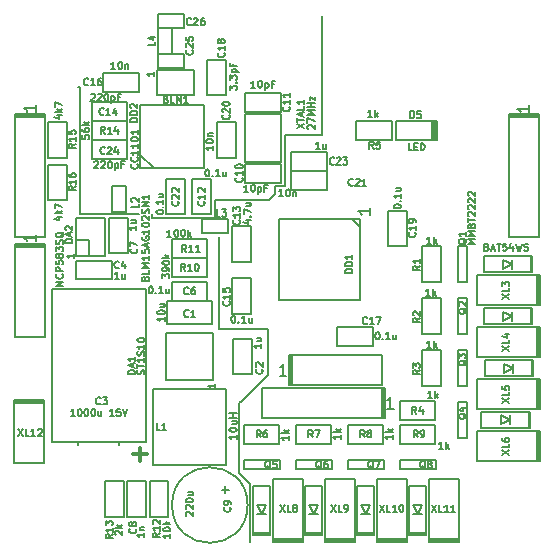
<source format=gto>
G04 #@! TF.FileFunction,Legend,Top*
%FSLAX46Y46*%
G04 Gerber Fmt 4.6, Leading zero omitted, Abs format (unit mm)*
G04 Created by KiCad (PCBNEW 4.0.1-stable) date 25.01.2016 0:45:01*
%MOMM*%
G01*
G04 APERTURE LIST*
%ADD10C,0.100000*%
%ADD11C,0.200000*%
%ADD12C,0.150000*%
%ADD13C,0.127000*%
%ADD14C,0.300000*%
%ADD15C,0.149860*%
%ADD16C,0.158750*%
%ADD17C,0.160020*%
G04 APERTURE END LIST*
D10*
D11*
X112200000Y-93800000D02*
X112200000Y-98700000D01*
X111300000Y-92900000D02*
X112200000Y-93800000D01*
X111300000Y-87000000D02*
X111300000Y-92900000D01*
X111500000Y-86800000D02*
X111300000Y-87000000D01*
X111700000Y-86600000D02*
X111500000Y-86800000D01*
X113700000Y-84600000D02*
X111700000Y-86600000D01*
X113700000Y-80700000D02*
X113700000Y-84600000D01*
X109600000Y-80700000D02*
X113700000Y-80700000D01*
X109600000Y-72900000D02*
X109600000Y-80700000D01*
X118300000Y-64300000D02*
X118300000Y-54200000D01*
X115200000Y-64300000D02*
X118300000Y-64300000D01*
X115200000Y-68600000D02*
X115200000Y-64300000D01*
X114300000Y-68600000D02*
X115200000Y-68600000D01*
X114300000Y-69300000D02*
X114300000Y-68600000D01*
X113800000Y-69800000D02*
X114300000Y-69300000D01*
X109200000Y-69800000D02*
X113800000Y-69800000D01*
X109200000Y-71300000D02*
X109200000Y-69800000D01*
X103900000Y-71300000D02*
X109200000Y-71300000D01*
X103900000Y-71000000D02*
X103900000Y-71300000D01*
X97800000Y-71000000D02*
X100200000Y-71000000D01*
X97800000Y-67500000D02*
X97800000Y-71000000D01*
X100200000Y-71000000D02*
X102800000Y-71000000D01*
X97800000Y-60200000D02*
X97800000Y-67500000D01*
X97600000Y-60200000D02*
X97800000Y-60200000D01*
D12*
X104300000Y-60850000D02*
X104300000Y-58750000D01*
X104300000Y-58750000D02*
X107500000Y-58750000D01*
X107500000Y-58750000D02*
X107500000Y-60850000D01*
X107500000Y-60850000D02*
X104300000Y-60850000D01*
X105200000Y-78300000D02*
X109000000Y-78300000D01*
X109000000Y-78300000D02*
X109000000Y-80300000D01*
X109000000Y-80300000D02*
X105200000Y-80300000D01*
X105200000Y-80300000D02*
X105200000Y-78300000D01*
X111600000Y-84500000D02*
X110800000Y-84500000D01*
X110800000Y-84500000D02*
X110800000Y-81500000D01*
X110800000Y-81500000D02*
X112400000Y-81500000D01*
X112400000Y-81500000D02*
X112400000Y-84500000D01*
X112400000Y-84500000D02*
X111600000Y-84500000D01*
X99400000Y-90300000D02*
X95400000Y-90300000D01*
X95400000Y-90300000D02*
X95400000Y-77300000D01*
X95400000Y-77300000D02*
X103400000Y-77300000D01*
X103400000Y-77300000D02*
X103400000Y-90300000D01*
X103400000Y-90300000D02*
X99400000Y-90300000D01*
X97650000Y-90550000D02*
X97650000Y-90300000D01*
X101150000Y-90300000D02*
X101150000Y-90550000D01*
X97500000Y-75700000D02*
X97500000Y-74900000D01*
X97500000Y-74900000D02*
X100500000Y-74900000D01*
X100500000Y-74900000D02*
X100500000Y-76500000D01*
X100500000Y-76500000D02*
X97500000Y-76500000D01*
X97500000Y-76500000D02*
X97500000Y-75700000D01*
X108600000Y-77500000D02*
X108600000Y-78300000D01*
X108600000Y-78300000D02*
X105600000Y-78300000D01*
X105600000Y-78300000D02*
X105600000Y-76700000D01*
X105600000Y-76700000D02*
X108600000Y-76700000D01*
X108600000Y-76700000D02*
X108600000Y-77500000D01*
X101100000Y-71300000D02*
X101900000Y-71300000D01*
X101900000Y-71300000D02*
X101900000Y-74300000D01*
X101900000Y-74300000D02*
X100300000Y-74300000D01*
X100300000Y-74300000D02*
X100300000Y-71300000D01*
X100300000Y-71300000D02*
X101100000Y-71300000D01*
X102600000Y-93600000D02*
X103400000Y-93600000D01*
X103400000Y-93600000D02*
X103400000Y-96600000D01*
X103400000Y-96600000D02*
X101800000Y-96600000D01*
X101800000Y-96600000D02*
X101800000Y-93600000D01*
X101800000Y-93600000D02*
X102600000Y-93600000D01*
X110100000Y-94000000D02*
X110100000Y-94600000D01*
X109800000Y-94300000D02*
X110400000Y-94300000D01*
X112000000Y-95600000D02*
G75*
G03X112000000Y-95600000I-3200000J0D01*
G01*
X114800000Y-67500000D02*
X114800000Y-68300000D01*
X114800000Y-68300000D02*
X111800000Y-68300000D01*
X111800000Y-68300000D02*
X111800000Y-66700000D01*
X111800000Y-66700000D02*
X114800000Y-66700000D01*
X114800000Y-66700000D02*
X114800000Y-67500000D01*
X111800000Y-61500000D02*
X111800000Y-60700000D01*
X111800000Y-60700000D02*
X114800000Y-60700000D01*
X114800000Y-60700000D02*
X114800000Y-62300000D01*
X114800000Y-62300000D02*
X111800000Y-62300000D01*
X111800000Y-62300000D02*
X111800000Y-61500000D01*
X108100000Y-68000000D02*
X108900000Y-68000000D01*
X108900000Y-68000000D02*
X108900000Y-71000000D01*
X108900000Y-71000000D02*
X107300000Y-71000000D01*
X107300000Y-71000000D02*
X107300000Y-68000000D01*
X107300000Y-68000000D02*
X108100000Y-68000000D01*
X111500000Y-72000000D02*
X112300000Y-72000000D01*
X112300000Y-72000000D02*
X112300000Y-75000000D01*
X112300000Y-75000000D02*
X110700000Y-75000000D01*
X110700000Y-75000000D02*
X110700000Y-72000000D01*
X110700000Y-72000000D02*
X111500000Y-72000000D01*
X101800000Y-62300000D02*
X101800000Y-63100000D01*
X101800000Y-63100000D02*
X98800000Y-63100000D01*
X98800000Y-63100000D02*
X98800000Y-61500000D01*
X98800000Y-61500000D02*
X101800000Y-61500000D01*
X101800000Y-61500000D02*
X101800000Y-62300000D01*
X111500000Y-79400000D02*
X110700000Y-79400000D01*
X110700000Y-79400000D02*
X110700000Y-76400000D01*
X110700000Y-76400000D02*
X112300000Y-76400000D01*
X112300000Y-76400000D02*
X112300000Y-79400000D01*
X112300000Y-79400000D02*
X111500000Y-79400000D01*
X102800000Y-59800000D02*
X102800000Y-60600000D01*
X102800000Y-60600000D02*
X99800000Y-60600000D01*
X99800000Y-60600000D02*
X99800000Y-59000000D01*
X99800000Y-59000000D02*
X102800000Y-59000000D01*
X102800000Y-59000000D02*
X102800000Y-59800000D01*
X122600000Y-81300000D02*
X122600000Y-82100000D01*
X122600000Y-82100000D02*
X119600000Y-82100000D01*
X119600000Y-82100000D02*
X119600000Y-80500000D01*
X119600000Y-80500000D02*
X122600000Y-80500000D01*
X122600000Y-80500000D02*
X122600000Y-81300000D01*
X109400000Y-60900000D02*
X108600000Y-60900000D01*
X108600000Y-60900000D02*
X108600000Y-57900000D01*
X108600000Y-57900000D02*
X110200000Y-57900000D01*
X110200000Y-57900000D02*
X110200000Y-60900000D01*
X110200000Y-60900000D02*
X109400000Y-60900000D01*
X124700000Y-70700000D02*
X125500000Y-70700000D01*
X125500000Y-70700000D02*
X125500000Y-73700000D01*
X125500000Y-73700000D02*
X123900000Y-73700000D01*
X123900000Y-73700000D02*
X123900000Y-70700000D01*
X123900000Y-70700000D02*
X124700000Y-70700000D01*
X110200000Y-63200000D02*
X111000000Y-63200000D01*
X111000000Y-63200000D02*
X111000000Y-66200000D01*
X111000000Y-66200000D02*
X109400000Y-66200000D01*
X109400000Y-66200000D02*
X109400000Y-63200000D01*
X109400000Y-63200000D02*
X110200000Y-63200000D01*
X115700000Y-68100000D02*
X115700000Y-67300000D01*
X115700000Y-67300000D02*
X118700000Y-67300000D01*
X118700000Y-67300000D02*
X118700000Y-68900000D01*
X118700000Y-68900000D02*
X115700000Y-68900000D01*
X115700000Y-68900000D02*
X115700000Y-68100000D01*
X105900000Y-68000000D02*
X106700000Y-68000000D01*
X106700000Y-68000000D02*
X106700000Y-71000000D01*
X106700000Y-71000000D02*
X105100000Y-71000000D01*
X105100000Y-71000000D02*
X105100000Y-68000000D01*
X105100000Y-68000000D02*
X105900000Y-68000000D01*
X115700000Y-66500000D02*
X115700000Y-65700000D01*
X115700000Y-65700000D02*
X118700000Y-65700000D01*
X118700000Y-65700000D02*
X118700000Y-67300000D01*
X118700000Y-67300000D02*
X115700000Y-67300000D01*
X115700000Y-67300000D02*
X115700000Y-66500000D01*
X101800000Y-65500000D02*
X101800000Y-66300000D01*
X101800000Y-66300000D02*
X98800000Y-66300000D01*
X98800000Y-66300000D02*
X98800000Y-64700000D01*
X98800000Y-64700000D02*
X101800000Y-64700000D01*
X101800000Y-64700000D02*
X101800000Y-65500000D01*
X105500000Y-57400000D02*
X106600000Y-57400000D01*
X106600000Y-57400000D02*
X106600000Y-58600000D01*
X106600000Y-58600000D02*
X104400000Y-58600000D01*
X104400000Y-58600000D02*
X104400000Y-57400000D01*
X104400000Y-57400000D02*
X105500000Y-57400000D01*
X105500000Y-54000000D02*
X106600000Y-54000000D01*
X106600000Y-54000000D02*
X106600000Y-55200000D01*
X106600000Y-55200000D02*
X104400000Y-55200000D01*
X104400000Y-55200000D02*
X104400000Y-54000000D01*
X104400000Y-54000000D02*
X105500000Y-54000000D01*
X136000000Y-75900000D02*
X136100000Y-75900000D01*
X136100000Y-75900000D02*
X136100000Y-74500000D01*
X136100000Y-74500000D02*
X136000000Y-74500000D01*
X136000000Y-75900000D02*
X132000000Y-75900000D01*
X132000000Y-75900000D02*
X132000000Y-74500000D01*
X132000000Y-74500000D02*
X136000000Y-74500000D01*
X136000000Y-74500000D02*
X136000000Y-75900000D01*
X134381000Y-74819000D02*
X134381000Y-75581000D01*
X133619000Y-75200000D02*
X133619000Y-75581000D01*
X133619000Y-75581000D02*
X134381000Y-75200000D01*
X134381000Y-75200000D02*
X133619000Y-74819000D01*
X133619000Y-74819000D02*
X133619000Y-75200000D01*
X136000000Y-80300000D02*
X136100000Y-80300000D01*
X136100000Y-80300000D02*
X136100000Y-78900000D01*
X136100000Y-78900000D02*
X136000000Y-78900000D01*
X136000000Y-80300000D02*
X132000000Y-80300000D01*
X132000000Y-80300000D02*
X132000000Y-78900000D01*
X132000000Y-78900000D02*
X136000000Y-78900000D01*
X136000000Y-78900000D02*
X136000000Y-80300000D01*
X134381000Y-79219000D02*
X134381000Y-79981000D01*
X133619000Y-79600000D02*
X133619000Y-79981000D01*
X133619000Y-79981000D02*
X134381000Y-79600000D01*
X134381000Y-79600000D02*
X133619000Y-79219000D01*
X133619000Y-79219000D02*
X133619000Y-79600000D01*
X136100000Y-84700000D02*
X136200000Y-84700000D01*
X136200000Y-84700000D02*
X136200000Y-83300000D01*
X136200000Y-83300000D02*
X136100000Y-83300000D01*
X136100000Y-84700000D02*
X132100000Y-84700000D01*
X132100000Y-84700000D02*
X132100000Y-83300000D01*
X132100000Y-83300000D02*
X136100000Y-83300000D01*
X136100000Y-83300000D02*
X136100000Y-84700000D01*
X134481000Y-83619000D02*
X134481000Y-84381000D01*
X133719000Y-84000000D02*
X133719000Y-84381000D01*
X133719000Y-84381000D02*
X134481000Y-84000000D01*
X134481000Y-84000000D02*
X133719000Y-83619000D01*
X133719000Y-83619000D02*
X133719000Y-84000000D01*
X135800000Y-89100000D02*
X135900000Y-89100000D01*
X135900000Y-89100000D02*
X135900000Y-87700000D01*
X135900000Y-87700000D02*
X135800000Y-87700000D01*
X135800000Y-89100000D02*
X131800000Y-89100000D01*
X131800000Y-89100000D02*
X131800000Y-87700000D01*
X131800000Y-87700000D02*
X135800000Y-87700000D01*
X135800000Y-87700000D02*
X135800000Y-89100000D01*
X134181000Y-88019000D02*
X134181000Y-88781000D01*
X133419000Y-88400000D02*
X133419000Y-88781000D01*
X133419000Y-88781000D02*
X134181000Y-88400000D01*
X134181000Y-88400000D02*
X133419000Y-88019000D01*
X133419000Y-88019000D02*
X133419000Y-88400000D01*
X127800000Y-63100000D02*
X128000000Y-63100000D01*
X128000000Y-63100000D02*
X128000000Y-64700000D01*
X128000000Y-64700000D02*
X127800000Y-64700000D01*
X127600000Y-63100000D02*
X127750000Y-63100000D01*
X127750000Y-63100000D02*
X127750000Y-64700000D01*
X127750000Y-64700000D02*
X127600000Y-64700000D01*
X127600000Y-64700000D02*
X127850000Y-64700000D01*
X127850000Y-64700000D02*
X127850000Y-63100000D01*
X127850000Y-63100000D02*
X127750000Y-63100000D01*
X124600000Y-63900000D02*
X124600000Y-63100000D01*
X124600000Y-63100000D02*
X127600000Y-63100000D01*
X127600000Y-63100000D02*
X127600000Y-64700000D01*
X127600000Y-64700000D02*
X124600000Y-64700000D01*
X124600000Y-64700000D02*
X124600000Y-63800000D01*
X112500000Y-98000000D02*
X112500000Y-98100000D01*
X112500000Y-98100000D02*
X113900000Y-98100000D01*
X113900000Y-98100000D02*
X113900000Y-98000000D01*
X112500000Y-98000000D02*
X112500000Y-94000000D01*
X112500000Y-94000000D02*
X113900000Y-94000000D01*
X113900000Y-94000000D02*
X113900000Y-98000000D01*
X113900000Y-98000000D02*
X112500000Y-98000000D01*
X113581000Y-96381000D02*
X112819000Y-96381000D01*
X113200000Y-95619000D02*
X112819000Y-95619000D01*
X112819000Y-95619000D02*
X113200000Y-96381000D01*
X113200000Y-96381000D02*
X113581000Y-95619000D01*
X113581000Y-95619000D02*
X113200000Y-95619000D01*
X116900000Y-98000000D02*
X116900000Y-98100000D01*
X116900000Y-98100000D02*
X118300000Y-98100000D01*
X118300000Y-98100000D02*
X118300000Y-98000000D01*
X116900000Y-98000000D02*
X116900000Y-94000000D01*
X116900000Y-94000000D02*
X118300000Y-94000000D01*
X118300000Y-94000000D02*
X118300000Y-98000000D01*
X118300000Y-98000000D02*
X116900000Y-98000000D01*
X117981000Y-96381000D02*
X117219000Y-96381000D01*
X117600000Y-95619000D02*
X117219000Y-95619000D01*
X117219000Y-95619000D02*
X117600000Y-96381000D01*
X117600000Y-96381000D02*
X117981000Y-95619000D01*
X117981000Y-95619000D02*
X117600000Y-95619000D01*
X121300000Y-98000000D02*
X121300000Y-98100000D01*
X121300000Y-98100000D02*
X122700000Y-98100000D01*
X122700000Y-98100000D02*
X122700000Y-98000000D01*
X121300000Y-98000000D02*
X121300000Y-94000000D01*
X121300000Y-94000000D02*
X122700000Y-94000000D01*
X122700000Y-94000000D02*
X122700000Y-98000000D01*
X122700000Y-98000000D02*
X121300000Y-98000000D01*
X122381000Y-96381000D02*
X121619000Y-96381000D01*
X122000000Y-95619000D02*
X121619000Y-95619000D01*
X121619000Y-95619000D02*
X122000000Y-96381000D01*
X122000000Y-96381000D02*
X122381000Y-95619000D01*
X122381000Y-95619000D02*
X122000000Y-95619000D01*
X125700000Y-98000000D02*
X125700000Y-98100000D01*
X125700000Y-98100000D02*
X127100000Y-98100000D01*
X127100000Y-98100000D02*
X127100000Y-98000000D01*
X125700000Y-98000000D02*
X125700000Y-94000000D01*
X125700000Y-94000000D02*
X127100000Y-94000000D01*
X127100000Y-94000000D02*
X127100000Y-98000000D01*
X127100000Y-98000000D02*
X125700000Y-98000000D01*
X126781000Y-96381000D02*
X126019000Y-96381000D01*
X126400000Y-95619000D02*
X126019000Y-95619000D01*
X126019000Y-95619000D02*
X126400000Y-96381000D01*
X126400000Y-96381000D02*
X126781000Y-95619000D01*
X126781000Y-95619000D02*
X126400000Y-95619000D01*
D11*
X105100000Y-85000000D02*
X105100000Y-81000000D01*
X105100000Y-81000000D02*
X109100000Y-81000000D01*
X109100000Y-81000000D02*
X109100000Y-85000000D01*
X109100000Y-85000000D02*
X105100000Y-85000000D01*
D12*
X98600000Y-74500000D02*
X98600000Y-73200000D01*
X98600000Y-73200000D02*
X97500000Y-73200000D01*
X97500000Y-74500000D02*
X97500000Y-71300000D01*
X97500000Y-71300000D02*
X99900000Y-71300000D01*
X99900000Y-71300000D02*
X99900000Y-74500000D01*
X99900000Y-74500000D02*
X97500000Y-74500000D01*
X120850000Y-71350000D02*
X121550000Y-72050000D01*
X121550000Y-74800000D02*
X121550000Y-78250000D01*
X121550000Y-78250000D02*
X114650000Y-78250000D01*
X114650000Y-78250000D02*
X114650000Y-71350000D01*
X114650000Y-71350000D02*
X121550000Y-71350000D01*
X121550000Y-71350000D02*
X121550000Y-74800000D01*
X104050000Y-67100000D02*
X102900000Y-65950000D01*
X102900000Y-61700000D02*
X108300000Y-61700000D01*
X108300000Y-61700000D02*
X108300000Y-67100000D01*
X108300000Y-67100000D02*
X102900000Y-67100000D01*
X102900000Y-67100000D02*
X102900000Y-61700000D01*
X104000000Y-85800000D02*
X110200000Y-85800000D01*
X110200000Y-85800000D02*
X110200000Y-92200000D01*
X110200000Y-92200000D02*
X104000000Y-92200000D01*
X104000000Y-92200000D02*
X104000000Y-85800000D01*
X101700000Y-69700000D02*
X101700000Y-70800000D01*
X101700000Y-70800000D02*
X100500000Y-70800000D01*
X100500000Y-70800000D02*
X100500000Y-68600000D01*
X100500000Y-68600000D02*
X101700000Y-68600000D01*
X101700000Y-68600000D02*
X101700000Y-69700000D01*
X109200000Y-72600000D02*
X108100000Y-72600000D01*
X108100000Y-72600000D02*
X108100000Y-71400000D01*
X108100000Y-71400000D02*
X110300000Y-71400000D01*
X110300000Y-71400000D02*
X110300000Y-72600000D01*
X110300000Y-72600000D02*
X109200000Y-72600000D01*
X105600000Y-56300000D02*
X105600000Y-57400000D01*
X105600000Y-57400000D02*
X104400000Y-57400000D01*
X104400000Y-57400000D02*
X104400000Y-55200000D01*
X104400000Y-55200000D02*
X105600000Y-55200000D01*
X105600000Y-55200000D02*
X105600000Y-56300000D01*
D13*
X129819000Y-76724000D02*
X129819000Y-73676000D01*
X129819000Y-73676000D02*
X130581000Y-73676000D01*
X130581000Y-73676000D02*
X130581000Y-76724000D01*
X130581000Y-76724000D02*
X129819000Y-76724000D01*
X129819000Y-81124000D02*
X129819000Y-78076000D01*
X129819000Y-78076000D02*
X130581000Y-78076000D01*
X130581000Y-78076000D02*
X130581000Y-81124000D01*
X130581000Y-81124000D02*
X129819000Y-81124000D01*
X129819000Y-85524000D02*
X129819000Y-82476000D01*
X129819000Y-82476000D02*
X130581000Y-82476000D01*
X130581000Y-82476000D02*
X130581000Y-85524000D01*
X130581000Y-85524000D02*
X129819000Y-85524000D01*
X129819000Y-89924000D02*
X129819000Y-86876000D01*
X129819000Y-86876000D02*
X130581000Y-86876000D01*
X130581000Y-86876000D02*
X130581000Y-89924000D01*
X130581000Y-89924000D02*
X129819000Y-89924000D01*
X111676000Y-91819000D02*
X114724000Y-91819000D01*
X114724000Y-91819000D02*
X114724000Y-92581000D01*
X114724000Y-92581000D02*
X111676000Y-92581000D01*
X111676000Y-92581000D02*
X111676000Y-91819000D01*
X116076000Y-91819000D02*
X119124000Y-91819000D01*
X119124000Y-91819000D02*
X119124000Y-92581000D01*
X119124000Y-92581000D02*
X116076000Y-92581000D01*
X116076000Y-92581000D02*
X116076000Y-91819000D01*
X120476000Y-91819000D02*
X123524000Y-91819000D01*
X123524000Y-91819000D02*
X123524000Y-92581000D01*
X123524000Y-92581000D02*
X120476000Y-92581000D01*
X120476000Y-92581000D02*
X120476000Y-91819000D01*
X124876000Y-91819000D02*
X127924000Y-91819000D01*
X127924000Y-91819000D02*
X127924000Y-92581000D01*
X127924000Y-92581000D02*
X124876000Y-92581000D01*
X124876000Y-92581000D02*
X124876000Y-91819000D01*
D12*
X127600000Y-76700000D02*
X126800000Y-76700000D01*
X126800000Y-76700000D02*
X126800000Y-73700000D01*
X126800000Y-73700000D02*
X128400000Y-73700000D01*
X128400000Y-73700000D02*
X128400000Y-76700000D01*
X128400000Y-76700000D02*
X127600000Y-76700000D01*
X127600000Y-81100000D02*
X126800000Y-81100000D01*
X126800000Y-81100000D02*
X126800000Y-78100000D01*
X126800000Y-78100000D02*
X128400000Y-78100000D01*
X128400000Y-78100000D02*
X128400000Y-81100000D01*
X128400000Y-81100000D02*
X127600000Y-81100000D01*
X127600000Y-85500000D02*
X126800000Y-85500000D01*
X126800000Y-85500000D02*
X126800000Y-82500000D01*
X126800000Y-82500000D02*
X128400000Y-82500000D01*
X128400000Y-82500000D02*
X128400000Y-85500000D01*
X128400000Y-85500000D02*
X127600000Y-85500000D01*
X124900000Y-87600000D02*
X124900000Y-86800000D01*
X124900000Y-86800000D02*
X127900000Y-86800000D01*
X127900000Y-86800000D02*
X127900000Y-88400000D01*
X127900000Y-88400000D02*
X124900000Y-88400000D01*
X124900000Y-88400000D02*
X124900000Y-87600000D01*
X124200000Y-63900000D02*
X124200000Y-64700000D01*
X124200000Y-64700000D02*
X121200000Y-64700000D01*
X121200000Y-64700000D02*
X121200000Y-63100000D01*
X121200000Y-63100000D02*
X124200000Y-63100000D01*
X124200000Y-63100000D02*
X124200000Y-63900000D01*
X111700000Y-89600000D02*
X111700000Y-88800000D01*
X111700000Y-88800000D02*
X114700000Y-88800000D01*
X114700000Y-88800000D02*
X114700000Y-90400000D01*
X114700000Y-90400000D02*
X111700000Y-90400000D01*
X111700000Y-90400000D02*
X111700000Y-89600000D01*
X116100000Y-89600000D02*
X116100000Y-88800000D01*
X116100000Y-88800000D02*
X119100000Y-88800000D01*
X119100000Y-88800000D02*
X119100000Y-90400000D01*
X119100000Y-90400000D02*
X116100000Y-90400000D01*
X116100000Y-90400000D02*
X116100000Y-89600000D01*
X120500000Y-89600000D02*
X120500000Y-88800000D01*
X120500000Y-88800000D02*
X123500000Y-88800000D01*
X123500000Y-88800000D02*
X123500000Y-90400000D01*
X123500000Y-90400000D02*
X120500000Y-90400000D01*
X120500000Y-90400000D02*
X120500000Y-89600000D01*
X124900000Y-89600000D02*
X124900000Y-88800000D01*
X124900000Y-88800000D02*
X127900000Y-88800000D01*
X127900000Y-88800000D02*
X127900000Y-90400000D01*
X127900000Y-90400000D02*
X124900000Y-90400000D01*
X124900000Y-90400000D02*
X124900000Y-89600000D01*
X105600000Y-75500000D02*
X105600000Y-74700000D01*
X105600000Y-74700000D02*
X108600000Y-74700000D01*
X108600000Y-74700000D02*
X108600000Y-76300000D01*
X108600000Y-76300000D02*
X105600000Y-76300000D01*
X105600000Y-76300000D02*
X105600000Y-75500000D01*
X108600000Y-73900000D02*
X108600000Y-74700000D01*
X108600000Y-74700000D02*
X105600000Y-74700000D01*
X105600000Y-74700000D02*
X105600000Y-73100000D01*
X105600000Y-73100000D02*
X108600000Y-73100000D01*
X108600000Y-73100000D02*
X108600000Y-73900000D01*
X104500000Y-93600000D02*
X105300000Y-93600000D01*
X105300000Y-93600000D02*
X105300000Y-96600000D01*
X105300000Y-96600000D02*
X103700000Y-96600000D01*
X103700000Y-96600000D02*
X103700000Y-93600000D01*
X103700000Y-93600000D02*
X104500000Y-93600000D01*
X100700000Y-96600000D02*
X99900000Y-96600000D01*
X99900000Y-96600000D02*
X99900000Y-93600000D01*
X99900000Y-93600000D02*
X101500000Y-93600000D01*
X101500000Y-93600000D02*
X101500000Y-96600000D01*
X101500000Y-96600000D02*
X100700000Y-96600000D01*
X101800000Y-63900000D02*
X101800000Y-64700000D01*
X101800000Y-64700000D02*
X98800000Y-64700000D01*
X98800000Y-64700000D02*
X98800000Y-63100000D01*
X98800000Y-63100000D02*
X101800000Y-63100000D01*
X101800000Y-63100000D02*
X101800000Y-63900000D01*
X95900000Y-63200000D02*
X96700000Y-63200000D01*
X96700000Y-63200000D02*
X96700000Y-66200000D01*
X96700000Y-66200000D02*
X95100000Y-66200000D01*
X95100000Y-66200000D02*
X95100000Y-63200000D01*
X95100000Y-63200000D02*
X95900000Y-63200000D01*
X95900000Y-66800000D02*
X96700000Y-66800000D01*
X96700000Y-66800000D02*
X96700000Y-69800000D01*
X96700000Y-69800000D02*
X95100000Y-69800000D01*
X95100000Y-69800000D02*
X95100000Y-66800000D01*
X95100000Y-66800000D02*
X95900000Y-66800000D01*
X115730000Y-85470000D02*
X123350000Y-85470000D01*
X115730000Y-82930000D02*
X123350000Y-82930000D01*
X115730000Y-85470000D02*
X115476000Y-85470000D01*
X115476000Y-85470000D02*
X115476000Y-82930000D01*
X115476000Y-82930000D02*
X115730000Y-82930000D01*
X115730000Y-82930000D02*
X115603000Y-82930000D01*
X115603000Y-82930000D02*
X115603000Y-85470000D01*
X123350000Y-82930000D02*
X123350000Y-85470000D01*
X115730000Y-85470000D02*
X115730000Y-82930000D01*
X123370000Y-85730000D02*
X123624000Y-85730000D01*
X123624000Y-85730000D02*
X123624000Y-88270000D01*
X123624000Y-88270000D02*
X123370000Y-88270000D01*
X123370000Y-88270000D02*
X123497000Y-88270000D01*
X123497000Y-88270000D02*
X123497000Y-85730000D01*
X123370000Y-88270000D02*
X113210000Y-88270000D01*
X113210000Y-88270000D02*
X113210000Y-85730000D01*
X113210000Y-85730000D02*
X123370000Y-85730000D01*
X123370000Y-85730000D02*
X123370000Y-88270000D01*
X131390000Y-76130000D02*
X136470000Y-76130000D01*
X131390000Y-78670000D02*
X136470000Y-78670000D01*
X136597000Y-76130000D02*
X136470000Y-76130000D01*
X136470000Y-78670000D02*
X136724000Y-78670000D01*
X136724000Y-78670000D02*
X136724000Y-76130000D01*
X136724000Y-76130000D02*
X136597000Y-76130000D01*
X136597000Y-76130000D02*
X136597000Y-78543000D01*
X131390000Y-78670000D02*
X131390000Y-76130000D01*
X136470000Y-76130000D02*
X136470000Y-78670000D01*
X131390000Y-80530000D02*
X136470000Y-80530000D01*
X131390000Y-83070000D02*
X136470000Y-83070000D01*
X136597000Y-80530000D02*
X136470000Y-80530000D01*
X136470000Y-83070000D02*
X136724000Y-83070000D01*
X136724000Y-83070000D02*
X136724000Y-80530000D01*
X136724000Y-80530000D02*
X136597000Y-80530000D01*
X136597000Y-80530000D02*
X136597000Y-82943000D01*
X131390000Y-83070000D02*
X131390000Y-80530000D01*
X136470000Y-80530000D02*
X136470000Y-83070000D01*
X131390000Y-84930000D02*
X136470000Y-84930000D01*
X131390000Y-87470000D02*
X136470000Y-87470000D01*
X136597000Y-84930000D02*
X136470000Y-84930000D01*
X136470000Y-87470000D02*
X136724000Y-87470000D01*
X136724000Y-87470000D02*
X136724000Y-84930000D01*
X136724000Y-84930000D02*
X136597000Y-84930000D01*
X136597000Y-84930000D02*
X136597000Y-87343000D01*
X131390000Y-87470000D02*
X131390000Y-84930000D01*
X136470000Y-84930000D02*
X136470000Y-87470000D01*
X131390000Y-89330000D02*
X136470000Y-89330000D01*
X131390000Y-91870000D02*
X136470000Y-91870000D01*
X136597000Y-89330000D02*
X136470000Y-89330000D01*
X136470000Y-91870000D02*
X136724000Y-91870000D01*
X136724000Y-91870000D02*
X136724000Y-89330000D01*
X136724000Y-89330000D02*
X136597000Y-89330000D01*
X136597000Y-89330000D02*
X136597000Y-91743000D01*
X131390000Y-91870000D02*
X131390000Y-89330000D01*
X136470000Y-89330000D02*
X136470000Y-91870000D01*
X134130000Y-62764000D02*
X134130000Y-62510000D01*
X134130000Y-62510000D02*
X136670000Y-62510000D01*
X136670000Y-62510000D02*
X136670000Y-62764000D01*
X136670000Y-62764000D02*
X136670000Y-62637000D01*
X136670000Y-62637000D02*
X134130000Y-62637000D01*
X136670000Y-62764000D02*
X136670000Y-72924000D01*
X136670000Y-72924000D02*
X134130000Y-72924000D01*
X134130000Y-72924000D02*
X134130000Y-62764000D01*
X134130000Y-62764000D02*
X136670000Y-62764000D01*
X116670000Y-93390000D02*
X116670000Y-98470000D01*
X114130000Y-93390000D02*
X114130000Y-98470000D01*
X116670000Y-98597000D02*
X116670000Y-98470000D01*
X114130000Y-98470000D02*
X114130000Y-98724000D01*
X114130000Y-98724000D02*
X116670000Y-98724000D01*
X116670000Y-98724000D02*
X116670000Y-98597000D01*
X116670000Y-98597000D02*
X114257000Y-98597000D01*
X114130000Y-93390000D02*
X116670000Y-93390000D01*
X116670000Y-98470000D02*
X114130000Y-98470000D01*
X121070000Y-93390000D02*
X121070000Y-98470000D01*
X118530000Y-93390000D02*
X118530000Y-98470000D01*
X121070000Y-98597000D02*
X121070000Y-98470000D01*
X118530000Y-98470000D02*
X118530000Y-98724000D01*
X118530000Y-98724000D02*
X121070000Y-98724000D01*
X121070000Y-98724000D02*
X121070000Y-98597000D01*
X121070000Y-98597000D02*
X118657000Y-98597000D01*
X118530000Y-93390000D02*
X121070000Y-93390000D01*
X121070000Y-98470000D02*
X118530000Y-98470000D01*
X125470000Y-93390000D02*
X125470000Y-98470000D01*
X122930000Y-93390000D02*
X122930000Y-98470000D01*
X125470000Y-98597000D02*
X125470000Y-98470000D01*
X122930000Y-98470000D02*
X122930000Y-98724000D01*
X122930000Y-98724000D02*
X125470000Y-98724000D01*
X125470000Y-98724000D02*
X125470000Y-98597000D01*
X125470000Y-98597000D02*
X123057000Y-98597000D01*
X122930000Y-93390000D02*
X125470000Y-93390000D01*
X125470000Y-98470000D02*
X122930000Y-98470000D01*
X129870000Y-93390000D02*
X129870000Y-98470000D01*
X127330000Y-93390000D02*
X127330000Y-98470000D01*
X129870000Y-98597000D02*
X129870000Y-98470000D01*
X127330000Y-98470000D02*
X127330000Y-98724000D01*
X127330000Y-98724000D02*
X129870000Y-98724000D01*
X129870000Y-98724000D02*
X129870000Y-98597000D01*
X129870000Y-98597000D02*
X127457000Y-98597000D01*
X127330000Y-93390000D02*
X129870000Y-93390000D01*
X129870000Y-98470000D02*
X127330000Y-98470000D01*
X92230000Y-92010000D02*
X92230000Y-86930000D01*
X94770000Y-92010000D02*
X94770000Y-86930000D01*
X92230000Y-86803000D02*
X92230000Y-86930000D01*
X94770000Y-86930000D02*
X94770000Y-86676000D01*
X94770000Y-86676000D02*
X92230000Y-86676000D01*
X92230000Y-86676000D02*
X92230000Y-86803000D01*
X92230000Y-86803000D02*
X94643000Y-86803000D01*
X94770000Y-92010000D02*
X92230000Y-92010000D01*
X92230000Y-86930000D02*
X94770000Y-86930000D01*
X92330000Y-73730000D02*
X92330000Y-81350000D01*
X94870000Y-73730000D02*
X94870000Y-81350000D01*
X92330000Y-73730000D02*
X92330000Y-73476000D01*
X92330000Y-73476000D02*
X94870000Y-73476000D01*
X94870000Y-73476000D02*
X94870000Y-73730000D01*
X94870000Y-73730000D02*
X94870000Y-73603000D01*
X94870000Y-73603000D02*
X92330000Y-73603000D01*
X94870000Y-81350000D02*
X92330000Y-81350000D01*
X92330000Y-73730000D02*
X94870000Y-73730000D01*
X92330000Y-62730000D02*
X92330000Y-62476000D01*
X92330000Y-62476000D02*
X94870000Y-62476000D01*
X94870000Y-62476000D02*
X94870000Y-62730000D01*
X94870000Y-62730000D02*
X94870000Y-62603000D01*
X94870000Y-62603000D02*
X92330000Y-62603000D01*
X94870000Y-62730000D02*
X94870000Y-72890000D01*
X94870000Y-72890000D02*
X92330000Y-72890000D01*
X92330000Y-72890000D02*
X92330000Y-62730000D01*
X92330000Y-62730000D02*
X94870000Y-62730000D01*
X111776000Y-66532000D02*
X111776000Y-62468000D01*
X111776000Y-62468000D02*
X114824000Y-62468000D01*
X114824000Y-62468000D02*
X114824000Y-66532000D01*
X114824000Y-66532000D02*
X111776000Y-66532000D01*
X105100000Y-61257143D02*
X105185714Y-61285714D01*
X105214286Y-61314286D01*
X105242857Y-61371429D01*
X105242857Y-61457143D01*
X105214286Y-61514286D01*
X105185714Y-61542857D01*
X105128572Y-61571429D01*
X104900000Y-61571429D01*
X104900000Y-60971429D01*
X105100000Y-60971429D01*
X105157143Y-61000000D01*
X105185714Y-61028571D01*
X105214286Y-61085714D01*
X105214286Y-61142857D01*
X105185714Y-61200000D01*
X105157143Y-61228571D01*
X105100000Y-61257143D01*
X104900000Y-61257143D01*
X105785714Y-61571429D02*
X105500000Y-61571429D01*
X105500000Y-60971429D01*
X105985714Y-61571429D02*
X105985714Y-60971429D01*
X106328571Y-61571429D01*
X106328571Y-60971429D01*
X106928571Y-61571429D02*
X106585714Y-61571429D01*
X106757142Y-61571429D02*
X106757142Y-60971429D01*
X106699999Y-61057143D01*
X106642857Y-61114286D01*
X106585714Y-61142857D01*
X104071429Y-58928571D02*
X104071429Y-59271428D01*
X104071429Y-59100000D02*
X103471429Y-59100000D01*
X103557143Y-59157143D01*
X103614286Y-59214285D01*
X103642857Y-59271428D01*
X107000000Y-79614286D02*
X106971429Y-79642857D01*
X106885715Y-79671429D01*
X106828572Y-79671429D01*
X106742857Y-79642857D01*
X106685715Y-79585714D01*
X106657143Y-79528571D01*
X106628572Y-79414286D01*
X106628572Y-79328571D01*
X106657143Y-79214286D01*
X106685715Y-79157143D01*
X106742857Y-79100000D01*
X106828572Y-79071429D01*
X106885715Y-79071429D01*
X106971429Y-79100000D01*
X107000000Y-79128571D01*
X107571429Y-79671429D02*
X107228572Y-79671429D01*
X107400000Y-79671429D02*
X107400000Y-79071429D01*
X107342857Y-79157143D01*
X107285715Y-79214286D01*
X107228572Y-79242857D01*
X104971429Y-79685714D02*
X104971429Y-80028571D01*
X104971429Y-79857143D02*
X104371429Y-79857143D01*
X104457143Y-79914286D01*
X104514286Y-79971428D01*
X104542857Y-80028571D01*
X104371429Y-79314285D02*
X104371429Y-79257142D01*
X104400000Y-79199999D01*
X104428571Y-79171428D01*
X104485714Y-79142857D01*
X104600000Y-79114285D01*
X104742857Y-79114285D01*
X104857143Y-79142857D01*
X104914286Y-79171428D01*
X104942857Y-79199999D01*
X104971429Y-79257142D01*
X104971429Y-79314285D01*
X104942857Y-79371428D01*
X104914286Y-79399999D01*
X104857143Y-79428571D01*
X104742857Y-79457142D01*
X104600000Y-79457142D01*
X104485714Y-79428571D01*
X104428571Y-79399999D01*
X104400000Y-79371428D01*
X104371429Y-79314285D01*
X104571429Y-78599999D02*
X104971429Y-78599999D01*
X104571429Y-78857142D02*
X104885714Y-78857142D01*
X104942857Y-78828570D01*
X104971429Y-78771428D01*
X104971429Y-78685713D01*
X104942857Y-78628570D01*
X104914286Y-78599999D01*
X113214286Y-84100000D02*
X113242857Y-84128571D01*
X113271429Y-84214285D01*
X113271429Y-84271428D01*
X113242857Y-84357143D01*
X113185714Y-84414285D01*
X113128571Y-84442857D01*
X113014286Y-84471428D01*
X112928571Y-84471428D01*
X112814286Y-84442857D01*
X112757143Y-84414285D01*
X112700000Y-84357143D01*
X112671429Y-84271428D01*
X112671429Y-84214285D01*
X112700000Y-84128571D01*
X112728571Y-84100000D01*
X112728571Y-83871428D02*
X112700000Y-83842857D01*
X112671429Y-83785714D01*
X112671429Y-83642857D01*
X112700000Y-83585714D01*
X112728571Y-83557143D01*
X112785714Y-83528571D01*
X112842857Y-83528571D01*
X112928571Y-83557143D01*
X113271429Y-83900000D01*
X113271429Y-83528571D01*
X113171429Y-82000000D02*
X113171429Y-82342857D01*
X113171429Y-82171429D02*
X112571429Y-82171429D01*
X112657143Y-82228572D01*
X112714286Y-82285714D01*
X112742857Y-82342857D01*
X112771429Y-81485714D02*
X113171429Y-81485714D01*
X112771429Y-81742857D02*
X113085714Y-81742857D01*
X113142857Y-81714285D01*
X113171429Y-81657143D01*
X113171429Y-81571428D01*
X113142857Y-81514285D01*
X113114286Y-81485714D01*
X99550000Y-87014286D02*
X99521429Y-87042857D01*
X99435715Y-87071429D01*
X99378572Y-87071429D01*
X99292857Y-87042857D01*
X99235715Y-86985714D01*
X99207143Y-86928571D01*
X99178572Y-86814286D01*
X99178572Y-86728571D01*
X99207143Y-86614286D01*
X99235715Y-86557143D01*
X99292857Y-86500000D01*
X99378572Y-86471429D01*
X99435715Y-86471429D01*
X99521429Y-86500000D01*
X99550000Y-86528571D01*
X99750000Y-86471429D02*
X100121429Y-86471429D01*
X99921429Y-86700000D01*
X100007143Y-86700000D01*
X100064286Y-86728571D01*
X100092857Y-86757143D01*
X100121429Y-86814286D01*
X100121429Y-86957143D01*
X100092857Y-87014286D01*
X100064286Y-87042857D01*
X100007143Y-87071429D01*
X99835715Y-87071429D01*
X99778572Y-87042857D01*
X99750000Y-87014286D01*
X97385713Y-88071429D02*
X97042856Y-88071429D01*
X97214284Y-88071429D02*
X97214284Y-87471429D01*
X97157141Y-87557143D01*
X97099999Y-87614286D01*
X97042856Y-87642857D01*
X97757142Y-87471429D02*
X97814285Y-87471429D01*
X97871428Y-87500000D01*
X97899999Y-87528571D01*
X97928570Y-87585714D01*
X97957142Y-87700000D01*
X97957142Y-87842857D01*
X97928570Y-87957143D01*
X97899999Y-88014286D01*
X97871428Y-88042857D01*
X97814285Y-88071429D01*
X97757142Y-88071429D01*
X97699999Y-88042857D01*
X97671428Y-88014286D01*
X97642856Y-87957143D01*
X97614285Y-87842857D01*
X97614285Y-87700000D01*
X97642856Y-87585714D01*
X97671428Y-87528571D01*
X97699999Y-87500000D01*
X97757142Y-87471429D01*
X98328571Y-87471429D02*
X98385714Y-87471429D01*
X98442857Y-87500000D01*
X98471428Y-87528571D01*
X98499999Y-87585714D01*
X98528571Y-87700000D01*
X98528571Y-87842857D01*
X98499999Y-87957143D01*
X98471428Y-88014286D01*
X98442857Y-88042857D01*
X98385714Y-88071429D01*
X98328571Y-88071429D01*
X98271428Y-88042857D01*
X98242857Y-88014286D01*
X98214285Y-87957143D01*
X98185714Y-87842857D01*
X98185714Y-87700000D01*
X98214285Y-87585714D01*
X98242857Y-87528571D01*
X98271428Y-87500000D01*
X98328571Y-87471429D01*
X98900000Y-87471429D02*
X98957143Y-87471429D01*
X99014286Y-87500000D01*
X99042857Y-87528571D01*
X99071428Y-87585714D01*
X99100000Y-87700000D01*
X99100000Y-87842857D01*
X99071428Y-87957143D01*
X99042857Y-88014286D01*
X99014286Y-88042857D01*
X98957143Y-88071429D01*
X98900000Y-88071429D01*
X98842857Y-88042857D01*
X98814286Y-88014286D01*
X98785714Y-87957143D01*
X98757143Y-87842857D01*
X98757143Y-87700000D01*
X98785714Y-87585714D01*
X98814286Y-87528571D01*
X98842857Y-87500000D01*
X98900000Y-87471429D01*
X99614286Y-87671429D02*
X99614286Y-88071429D01*
X99357143Y-87671429D02*
X99357143Y-87985714D01*
X99385715Y-88042857D01*
X99442857Y-88071429D01*
X99528572Y-88071429D01*
X99585715Y-88042857D01*
X99614286Y-88014286D01*
X100671429Y-88071429D02*
X100328572Y-88071429D01*
X100500000Y-88071429D02*
X100500000Y-87471429D01*
X100442857Y-87557143D01*
X100385715Y-87614286D01*
X100328572Y-87642857D01*
X101214286Y-87471429D02*
X100928572Y-87471429D01*
X100900001Y-87757143D01*
X100928572Y-87728571D01*
X100985715Y-87700000D01*
X101128572Y-87700000D01*
X101185715Y-87728571D01*
X101214286Y-87757143D01*
X101242858Y-87814286D01*
X101242858Y-87957143D01*
X101214286Y-88014286D01*
X101185715Y-88042857D01*
X101128572Y-88071429D01*
X100985715Y-88071429D01*
X100928572Y-88042857D01*
X100900001Y-88014286D01*
X101414287Y-87471429D02*
X101614287Y-88071429D01*
X101814287Y-87471429D01*
D14*
X102328572Y-91307143D02*
X103471429Y-91307143D01*
X102900000Y-91878571D02*
X102900000Y-90735714D01*
D12*
X101100000Y-75514286D02*
X101071429Y-75542857D01*
X100985715Y-75571429D01*
X100928572Y-75571429D01*
X100842857Y-75542857D01*
X100785715Y-75485714D01*
X100757143Y-75428571D01*
X100728572Y-75314286D01*
X100728572Y-75228571D01*
X100757143Y-75114286D01*
X100785715Y-75057143D01*
X100842857Y-75000000D01*
X100928572Y-74971429D01*
X100985715Y-74971429D01*
X101071429Y-75000000D01*
X101100000Y-75028571D01*
X101614286Y-75171429D02*
X101614286Y-75571429D01*
X101471429Y-74942857D02*
X101328572Y-75371429D01*
X101700000Y-75371429D01*
X101100000Y-76471429D02*
X100757143Y-76471429D01*
X100928571Y-76471429D02*
X100928571Y-75871429D01*
X100871428Y-75957143D01*
X100814286Y-76014286D01*
X100757143Y-76042857D01*
X101614286Y-76071429D02*
X101614286Y-76471429D01*
X101357143Y-76071429D02*
X101357143Y-76385714D01*
X101385715Y-76442857D01*
X101442857Y-76471429D01*
X101528572Y-76471429D01*
X101585715Y-76442857D01*
X101614286Y-76414286D01*
X107000000Y-77714286D02*
X106971429Y-77742857D01*
X106885715Y-77771429D01*
X106828572Y-77771429D01*
X106742857Y-77742857D01*
X106685715Y-77685714D01*
X106657143Y-77628571D01*
X106628572Y-77514286D01*
X106628572Y-77428571D01*
X106657143Y-77314286D01*
X106685715Y-77257143D01*
X106742857Y-77200000D01*
X106828572Y-77171429D01*
X106885715Y-77171429D01*
X106971429Y-77200000D01*
X107000000Y-77228571D01*
X107514286Y-77171429D02*
X107400000Y-77171429D01*
X107342857Y-77200000D01*
X107314286Y-77228571D01*
X107257143Y-77314286D01*
X107228572Y-77428571D01*
X107228572Y-77657143D01*
X107257143Y-77714286D01*
X107285715Y-77742857D01*
X107342857Y-77771429D01*
X107457143Y-77771429D01*
X107514286Y-77742857D01*
X107542857Y-77714286D01*
X107571429Y-77657143D01*
X107571429Y-77514286D01*
X107542857Y-77457143D01*
X107514286Y-77428571D01*
X107457143Y-77400000D01*
X107342857Y-77400000D01*
X107285715Y-77428571D01*
X107257143Y-77457143D01*
X107228572Y-77514286D01*
X103771429Y-77071429D02*
X103828572Y-77071429D01*
X103885715Y-77100000D01*
X103914286Y-77128571D01*
X103942857Y-77185714D01*
X103971429Y-77300000D01*
X103971429Y-77442857D01*
X103942857Y-77557143D01*
X103914286Y-77614286D01*
X103885715Y-77642857D01*
X103828572Y-77671429D01*
X103771429Y-77671429D01*
X103714286Y-77642857D01*
X103685715Y-77614286D01*
X103657143Y-77557143D01*
X103628572Y-77442857D01*
X103628572Y-77300000D01*
X103657143Y-77185714D01*
X103685715Y-77128571D01*
X103714286Y-77100000D01*
X103771429Y-77071429D01*
X104228572Y-77614286D02*
X104257144Y-77642857D01*
X104228572Y-77671429D01*
X104200001Y-77642857D01*
X104228572Y-77614286D01*
X104228572Y-77671429D01*
X104828572Y-77671429D02*
X104485715Y-77671429D01*
X104657143Y-77671429D02*
X104657143Y-77071429D01*
X104600000Y-77157143D01*
X104542858Y-77214286D01*
X104485715Y-77242857D01*
X105342858Y-77271429D02*
X105342858Y-77671429D01*
X105085715Y-77271429D02*
X105085715Y-77585714D01*
X105114287Y-77642857D01*
X105171429Y-77671429D01*
X105257144Y-77671429D01*
X105314287Y-77642857D01*
X105342858Y-77614286D01*
X102614286Y-73900000D02*
X102642857Y-73928571D01*
X102671429Y-74014285D01*
X102671429Y-74071428D01*
X102642857Y-74157143D01*
X102585714Y-74214285D01*
X102528571Y-74242857D01*
X102414286Y-74271428D01*
X102328571Y-74271428D01*
X102214286Y-74242857D01*
X102157143Y-74214285D01*
X102100000Y-74157143D01*
X102071429Y-74071428D01*
X102071429Y-74014285D01*
X102100000Y-73928571D01*
X102128571Y-73900000D01*
X102071429Y-73700000D02*
X102071429Y-73300000D01*
X102671429Y-73557143D01*
X102571429Y-72000000D02*
X102571429Y-72342857D01*
X102571429Y-72171429D02*
X101971429Y-72171429D01*
X102057143Y-72228572D01*
X102114286Y-72285714D01*
X102142857Y-72342857D01*
X102171429Y-71485714D02*
X102571429Y-71485714D01*
X102171429Y-71742857D02*
X102485714Y-71742857D01*
X102542857Y-71714285D01*
X102571429Y-71657143D01*
X102571429Y-71571428D01*
X102542857Y-71514285D01*
X102514286Y-71485714D01*
X102514286Y-97600000D02*
X102542857Y-97628571D01*
X102571429Y-97714285D01*
X102571429Y-97771428D01*
X102542857Y-97857143D01*
X102485714Y-97914285D01*
X102428571Y-97942857D01*
X102314286Y-97971428D01*
X102228571Y-97971428D01*
X102114286Y-97942857D01*
X102057143Y-97914285D01*
X102000000Y-97857143D01*
X101971429Y-97771428D01*
X101971429Y-97714285D01*
X102000000Y-97628571D01*
X102028571Y-97600000D01*
X102228571Y-97257143D02*
X102200000Y-97314285D01*
X102171429Y-97342857D01*
X102114286Y-97371428D01*
X102085714Y-97371428D01*
X102028571Y-97342857D01*
X102000000Y-97314285D01*
X101971429Y-97257143D01*
X101971429Y-97142857D01*
X102000000Y-97085714D01*
X102028571Y-97057143D01*
X102085714Y-97028571D01*
X102114286Y-97028571D01*
X102171429Y-97057143D01*
X102200000Y-97085714D01*
X102228571Y-97142857D01*
X102228571Y-97257143D01*
X102257143Y-97314285D01*
X102285714Y-97342857D01*
X102342857Y-97371428D01*
X102457143Y-97371428D01*
X102514286Y-97342857D01*
X102542857Y-97314285D01*
X102571429Y-97257143D01*
X102571429Y-97142857D01*
X102542857Y-97085714D01*
X102514286Y-97057143D01*
X102457143Y-97028571D01*
X102342857Y-97028571D01*
X102285714Y-97057143D01*
X102257143Y-97085714D01*
X102228571Y-97142857D01*
X103271429Y-98000000D02*
X103271429Y-98342857D01*
X103271429Y-98171429D02*
X102671429Y-98171429D01*
X102757143Y-98228572D01*
X102814286Y-98285714D01*
X102842857Y-98342857D01*
X102871429Y-97742857D02*
X103271429Y-97742857D01*
X102928571Y-97742857D02*
X102900000Y-97714285D01*
X102871429Y-97657143D01*
X102871429Y-97571428D01*
X102900000Y-97514285D01*
X102957143Y-97485714D01*
X103271429Y-97485714D01*
X110514286Y-95800000D02*
X110542857Y-95828571D01*
X110571429Y-95914285D01*
X110571429Y-95971428D01*
X110542857Y-96057143D01*
X110485714Y-96114285D01*
X110428571Y-96142857D01*
X110314286Y-96171428D01*
X110228571Y-96171428D01*
X110114286Y-96142857D01*
X110057143Y-96114285D01*
X110000000Y-96057143D01*
X109971429Y-95971428D01*
X109971429Y-95914285D01*
X110000000Y-95828571D01*
X110028571Y-95800000D01*
X110571429Y-95514285D02*
X110571429Y-95400000D01*
X110542857Y-95342857D01*
X110514286Y-95314285D01*
X110428571Y-95257143D01*
X110314286Y-95228571D01*
X110085714Y-95228571D01*
X110028571Y-95257143D01*
X110000000Y-95285714D01*
X109971429Y-95342857D01*
X109971429Y-95457143D01*
X110000000Y-95514285D01*
X110028571Y-95542857D01*
X110085714Y-95571428D01*
X110228571Y-95571428D01*
X110285714Y-95542857D01*
X110314286Y-95514285D01*
X110342857Y-95457143D01*
X110342857Y-95342857D01*
X110314286Y-95285714D01*
X110285714Y-95257143D01*
X110228571Y-95228571D01*
X106828571Y-96514286D02*
X106800000Y-96485715D01*
X106771429Y-96428572D01*
X106771429Y-96285715D01*
X106800000Y-96228572D01*
X106828571Y-96200001D01*
X106885714Y-96171429D01*
X106942857Y-96171429D01*
X107028571Y-96200001D01*
X107371429Y-96542858D01*
X107371429Y-96171429D01*
X106828571Y-95942857D02*
X106800000Y-95914286D01*
X106771429Y-95857143D01*
X106771429Y-95714286D01*
X106800000Y-95657143D01*
X106828571Y-95628572D01*
X106885714Y-95600000D01*
X106942857Y-95600000D01*
X107028571Y-95628572D01*
X107371429Y-95971429D01*
X107371429Y-95600000D01*
X106771429Y-95228571D02*
X106771429Y-95171428D01*
X106800000Y-95114285D01*
X106828571Y-95085714D01*
X106885714Y-95057143D01*
X107000000Y-95028571D01*
X107142857Y-95028571D01*
X107257143Y-95057143D01*
X107314286Y-95085714D01*
X107342857Y-95114285D01*
X107371429Y-95171428D01*
X107371429Y-95228571D01*
X107342857Y-95285714D01*
X107314286Y-95314285D01*
X107257143Y-95342857D01*
X107142857Y-95371428D01*
X107000000Y-95371428D01*
X106885714Y-95342857D01*
X106828571Y-95314285D01*
X106800000Y-95285714D01*
X106771429Y-95228571D01*
X106971429Y-94514285D02*
X107371429Y-94514285D01*
X106971429Y-94771428D02*
X107285714Y-94771428D01*
X107342857Y-94742856D01*
X107371429Y-94685714D01*
X107371429Y-94599999D01*
X107342857Y-94542856D01*
X107314286Y-94514285D01*
X111514286Y-67885715D02*
X111542857Y-67914286D01*
X111571429Y-68000000D01*
X111571429Y-68057143D01*
X111542857Y-68142858D01*
X111485714Y-68200000D01*
X111428571Y-68228572D01*
X111314286Y-68257143D01*
X111228571Y-68257143D01*
X111114286Y-68228572D01*
X111057143Y-68200000D01*
X111000000Y-68142858D01*
X110971429Y-68057143D01*
X110971429Y-68000000D01*
X111000000Y-67914286D01*
X111028571Y-67885715D01*
X111571429Y-67314286D02*
X111571429Y-67657143D01*
X111571429Y-67485715D02*
X110971429Y-67485715D01*
X111057143Y-67542858D01*
X111114286Y-67600000D01*
X111142857Y-67657143D01*
X110971429Y-66942857D02*
X110971429Y-66885714D01*
X111000000Y-66828571D01*
X111028571Y-66800000D01*
X111085714Y-66771429D01*
X111200000Y-66742857D01*
X111342857Y-66742857D01*
X111457143Y-66771429D01*
X111514286Y-66800000D01*
X111542857Y-66828571D01*
X111571429Y-66885714D01*
X111571429Y-66942857D01*
X111542857Y-67000000D01*
X111514286Y-67028571D01*
X111457143Y-67057143D01*
X111342857Y-67085714D01*
X111200000Y-67085714D01*
X111085714Y-67057143D01*
X111028571Y-67028571D01*
X111000000Y-67000000D01*
X110971429Y-66942857D01*
X112057143Y-69071429D02*
X111714286Y-69071429D01*
X111885714Y-69071429D02*
X111885714Y-68471429D01*
X111828571Y-68557143D01*
X111771429Y-68614286D01*
X111714286Y-68642857D01*
X112428572Y-68471429D02*
X112485715Y-68471429D01*
X112542858Y-68500000D01*
X112571429Y-68528571D01*
X112600000Y-68585714D01*
X112628572Y-68700000D01*
X112628572Y-68842857D01*
X112600000Y-68957143D01*
X112571429Y-69014286D01*
X112542858Y-69042857D01*
X112485715Y-69071429D01*
X112428572Y-69071429D01*
X112371429Y-69042857D01*
X112342858Y-69014286D01*
X112314286Y-68957143D01*
X112285715Y-68842857D01*
X112285715Y-68700000D01*
X112314286Y-68585714D01*
X112342858Y-68528571D01*
X112371429Y-68500000D01*
X112428572Y-68471429D01*
X112885715Y-68671429D02*
X112885715Y-69271429D01*
X112885715Y-68700000D02*
X112942858Y-68671429D01*
X113057144Y-68671429D01*
X113114287Y-68700000D01*
X113142858Y-68728571D01*
X113171429Y-68785714D01*
X113171429Y-68957143D01*
X113142858Y-69014286D01*
X113114287Y-69042857D01*
X113057144Y-69071429D01*
X112942858Y-69071429D01*
X112885715Y-69042857D01*
X113628572Y-68757143D02*
X113428572Y-68757143D01*
X113428572Y-69071429D02*
X113428572Y-68471429D01*
X113714286Y-68471429D01*
X115514286Y-61885715D02*
X115542857Y-61914286D01*
X115571429Y-62000000D01*
X115571429Y-62057143D01*
X115542857Y-62142858D01*
X115485714Y-62200000D01*
X115428571Y-62228572D01*
X115314286Y-62257143D01*
X115228571Y-62257143D01*
X115114286Y-62228572D01*
X115057143Y-62200000D01*
X115000000Y-62142858D01*
X114971429Y-62057143D01*
X114971429Y-62000000D01*
X115000000Y-61914286D01*
X115028571Y-61885715D01*
X115571429Y-61314286D02*
X115571429Y-61657143D01*
X115571429Y-61485715D02*
X114971429Y-61485715D01*
X115057143Y-61542858D01*
X115114286Y-61600000D01*
X115142857Y-61657143D01*
X115571429Y-60742857D02*
X115571429Y-61085714D01*
X115571429Y-60914286D02*
X114971429Y-60914286D01*
X115057143Y-60971429D01*
X115114286Y-61028571D01*
X115142857Y-61085714D01*
X112657143Y-60271429D02*
X112314286Y-60271429D01*
X112485714Y-60271429D02*
X112485714Y-59671429D01*
X112428571Y-59757143D01*
X112371429Y-59814286D01*
X112314286Y-59842857D01*
X113028572Y-59671429D02*
X113085715Y-59671429D01*
X113142858Y-59700000D01*
X113171429Y-59728571D01*
X113200000Y-59785714D01*
X113228572Y-59900000D01*
X113228572Y-60042857D01*
X113200000Y-60157143D01*
X113171429Y-60214286D01*
X113142858Y-60242857D01*
X113085715Y-60271429D01*
X113028572Y-60271429D01*
X112971429Y-60242857D01*
X112942858Y-60214286D01*
X112914286Y-60157143D01*
X112885715Y-60042857D01*
X112885715Y-59900000D01*
X112914286Y-59785714D01*
X112942858Y-59728571D01*
X112971429Y-59700000D01*
X113028572Y-59671429D01*
X113485715Y-59871429D02*
X113485715Y-60471429D01*
X113485715Y-59900000D02*
X113542858Y-59871429D01*
X113657144Y-59871429D01*
X113714287Y-59900000D01*
X113742858Y-59928571D01*
X113771429Y-59985714D01*
X113771429Y-60157143D01*
X113742858Y-60214286D01*
X113714287Y-60242857D01*
X113657144Y-60271429D01*
X113542858Y-60271429D01*
X113485715Y-60242857D01*
X114228572Y-59957143D02*
X114028572Y-59957143D01*
X114028572Y-60271429D02*
X114028572Y-59671429D01*
X114314286Y-59671429D01*
X108314286Y-69885715D02*
X108342857Y-69914286D01*
X108371429Y-70000000D01*
X108371429Y-70057143D01*
X108342857Y-70142858D01*
X108285714Y-70200000D01*
X108228571Y-70228572D01*
X108114286Y-70257143D01*
X108028571Y-70257143D01*
X107914286Y-70228572D01*
X107857143Y-70200000D01*
X107800000Y-70142858D01*
X107771429Y-70057143D01*
X107771429Y-70000000D01*
X107800000Y-69914286D01*
X107828571Y-69885715D01*
X108371429Y-69314286D02*
X108371429Y-69657143D01*
X108371429Y-69485715D02*
X107771429Y-69485715D01*
X107857143Y-69542858D01*
X107914286Y-69600000D01*
X107942857Y-69657143D01*
X107828571Y-69085714D02*
X107800000Y-69057143D01*
X107771429Y-69000000D01*
X107771429Y-68857143D01*
X107800000Y-68800000D01*
X107828571Y-68771429D01*
X107885714Y-68742857D01*
X107942857Y-68742857D01*
X108028571Y-68771429D01*
X108371429Y-69114286D01*
X108371429Y-68742857D01*
X108571429Y-67171429D02*
X108628572Y-67171429D01*
X108685715Y-67200000D01*
X108714286Y-67228571D01*
X108742857Y-67285714D01*
X108771429Y-67400000D01*
X108771429Y-67542857D01*
X108742857Y-67657143D01*
X108714286Y-67714286D01*
X108685715Y-67742857D01*
X108628572Y-67771429D01*
X108571429Y-67771429D01*
X108514286Y-67742857D01*
X108485715Y-67714286D01*
X108457143Y-67657143D01*
X108428572Y-67542857D01*
X108428572Y-67400000D01*
X108457143Y-67285714D01*
X108485715Y-67228571D01*
X108514286Y-67200000D01*
X108571429Y-67171429D01*
X109028572Y-67714286D02*
X109057144Y-67742857D01*
X109028572Y-67771429D01*
X109000001Y-67742857D01*
X109028572Y-67714286D01*
X109028572Y-67771429D01*
X109628572Y-67771429D02*
X109285715Y-67771429D01*
X109457143Y-67771429D02*
X109457143Y-67171429D01*
X109400000Y-67257143D01*
X109342858Y-67314286D01*
X109285715Y-67342857D01*
X110142858Y-67371429D02*
X110142858Y-67771429D01*
X109885715Y-67371429D02*
X109885715Y-67685714D01*
X109914287Y-67742857D01*
X109971429Y-67771429D01*
X110057144Y-67771429D01*
X110114287Y-67742857D01*
X110142858Y-67714286D01*
X111314286Y-71485715D02*
X111342857Y-71514286D01*
X111371429Y-71600000D01*
X111371429Y-71657143D01*
X111342857Y-71742858D01*
X111285714Y-71800000D01*
X111228571Y-71828572D01*
X111114286Y-71857143D01*
X111028571Y-71857143D01*
X110914286Y-71828572D01*
X110857143Y-71800000D01*
X110800000Y-71742858D01*
X110771429Y-71657143D01*
X110771429Y-71600000D01*
X110800000Y-71514286D01*
X110828571Y-71485715D01*
X111371429Y-70914286D02*
X111371429Y-71257143D01*
X111371429Y-71085715D02*
X110771429Y-71085715D01*
X110857143Y-71142858D01*
X110914286Y-71200000D01*
X110942857Y-71257143D01*
X110771429Y-70714286D02*
X110771429Y-70342857D01*
X111000000Y-70542857D01*
X111000000Y-70457143D01*
X111028571Y-70400000D01*
X111057143Y-70371429D01*
X111114286Y-70342857D01*
X111257143Y-70342857D01*
X111314286Y-70371429D01*
X111342857Y-70400000D01*
X111371429Y-70457143D01*
X111371429Y-70628571D01*
X111342857Y-70685714D01*
X111314286Y-70714286D01*
X111871429Y-71485714D02*
X112271429Y-71485714D01*
X111642857Y-71628571D02*
X112071429Y-71771428D01*
X112071429Y-71400000D01*
X112214286Y-71171428D02*
X112242857Y-71142856D01*
X112271429Y-71171428D01*
X112242857Y-71199999D01*
X112214286Y-71171428D01*
X112271429Y-71171428D01*
X111671429Y-70942857D02*
X111671429Y-70542857D01*
X112271429Y-70800000D01*
X111871429Y-70057142D02*
X112271429Y-70057142D01*
X111871429Y-70314285D02*
X112185714Y-70314285D01*
X112242857Y-70285713D01*
X112271429Y-70228571D01*
X112271429Y-70142856D01*
X112242857Y-70085713D01*
X112214286Y-70057142D01*
X99814285Y-62514286D02*
X99785714Y-62542857D01*
X99700000Y-62571429D01*
X99642857Y-62571429D01*
X99557142Y-62542857D01*
X99500000Y-62485714D01*
X99471428Y-62428571D01*
X99442857Y-62314286D01*
X99442857Y-62228571D01*
X99471428Y-62114286D01*
X99500000Y-62057143D01*
X99557142Y-62000000D01*
X99642857Y-61971429D01*
X99700000Y-61971429D01*
X99785714Y-62000000D01*
X99814285Y-62028571D01*
X100385714Y-62571429D02*
X100042857Y-62571429D01*
X100214285Y-62571429D02*
X100214285Y-61971429D01*
X100157142Y-62057143D01*
X100100000Y-62114286D01*
X100042857Y-62142857D01*
X100900000Y-62171429D02*
X100900000Y-62571429D01*
X100757143Y-61942857D02*
X100614286Y-62371429D01*
X100985714Y-62371429D01*
X98728571Y-60828571D02*
X98757142Y-60800000D01*
X98814285Y-60771429D01*
X98957142Y-60771429D01*
X99014285Y-60800000D01*
X99042856Y-60828571D01*
X99071428Y-60885714D01*
X99071428Y-60942857D01*
X99042856Y-61028571D01*
X98699999Y-61371429D01*
X99071428Y-61371429D01*
X99300000Y-60828571D02*
X99328571Y-60800000D01*
X99385714Y-60771429D01*
X99528571Y-60771429D01*
X99585714Y-60800000D01*
X99614285Y-60828571D01*
X99642857Y-60885714D01*
X99642857Y-60942857D01*
X99614285Y-61028571D01*
X99271428Y-61371429D01*
X99642857Y-61371429D01*
X100014286Y-60771429D02*
X100071429Y-60771429D01*
X100128572Y-60800000D01*
X100157143Y-60828571D01*
X100185714Y-60885714D01*
X100214286Y-61000000D01*
X100214286Y-61142857D01*
X100185714Y-61257143D01*
X100157143Y-61314286D01*
X100128572Y-61342857D01*
X100071429Y-61371429D01*
X100014286Y-61371429D01*
X99957143Y-61342857D01*
X99928572Y-61314286D01*
X99900000Y-61257143D01*
X99871429Y-61142857D01*
X99871429Y-61000000D01*
X99900000Y-60885714D01*
X99928572Y-60828571D01*
X99957143Y-60800000D01*
X100014286Y-60771429D01*
X100471429Y-60971429D02*
X100471429Y-61571429D01*
X100471429Y-61000000D02*
X100528572Y-60971429D01*
X100642858Y-60971429D01*
X100700001Y-61000000D01*
X100728572Y-61028571D01*
X100757143Y-61085714D01*
X100757143Y-61257143D01*
X100728572Y-61314286D01*
X100700001Y-61342857D01*
X100642858Y-61371429D01*
X100528572Y-61371429D01*
X100471429Y-61342857D01*
X101214286Y-61057143D02*
X101014286Y-61057143D01*
X101014286Y-61371429D02*
X101014286Y-60771429D01*
X101300000Y-60771429D01*
X110444286Y-78349215D02*
X110472857Y-78377786D01*
X110501429Y-78463500D01*
X110501429Y-78520643D01*
X110472857Y-78606358D01*
X110415714Y-78663500D01*
X110358571Y-78692072D01*
X110244286Y-78720643D01*
X110158571Y-78720643D01*
X110044286Y-78692072D01*
X109987143Y-78663500D01*
X109930000Y-78606358D01*
X109901429Y-78520643D01*
X109901429Y-78463500D01*
X109930000Y-78377786D01*
X109958571Y-78349215D01*
X110501429Y-77777786D02*
X110501429Y-78120643D01*
X110501429Y-77949215D02*
X109901429Y-77949215D01*
X109987143Y-78006358D01*
X110044286Y-78063500D01*
X110072857Y-78120643D01*
X109901429Y-77234929D02*
X109901429Y-77520643D01*
X110187143Y-77549214D01*
X110158571Y-77520643D01*
X110130000Y-77463500D01*
X110130000Y-77320643D01*
X110158571Y-77263500D01*
X110187143Y-77234929D01*
X110244286Y-77206357D01*
X110387143Y-77206357D01*
X110444286Y-77234929D01*
X110472857Y-77263500D01*
X110501429Y-77320643D01*
X110501429Y-77463500D01*
X110472857Y-77520643D01*
X110444286Y-77549214D01*
X110771429Y-79571429D02*
X110828572Y-79571429D01*
X110885715Y-79600000D01*
X110914286Y-79628571D01*
X110942857Y-79685714D01*
X110971429Y-79800000D01*
X110971429Y-79942857D01*
X110942857Y-80057143D01*
X110914286Y-80114286D01*
X110885715Y-80142857D01*
X110828572Y-80171429D01*
X110771429Y-80171429D01*
X110714286Y-80142857D01*
X110685715Y-80114286D01*
X110657143Y-80057143D01*
X110628572Y-79942857D01*
X110628572Y-79800000D01*
X110657143Y-79685714D01*
X110685715Y-79628571D01*
X110714286Y-79600000D01*
X110771429Y-79571429D01*
X111228572Y-80114286D02*
X111257144Y-80142857D01*
X111228572Y-80171429D01*
X111200001Y-80142857D01*
X111228572Y-80114286D01*
X111228572Y-80171429D01*
X111828572Y-80171429D02*
X111485715Y-80171429D01*
X111657143Y-80171429D02*
X111657143Y-79571429D01*
X111600000Y-79657143D01*
X111542858Y-79714286D01*
X111485715Y-79742857D01*
X112342858Y-79771429D02*
X112342858Y-80171429D01*
X112085715Y-79771429D02*
X112085715Y-80085714D01*
X112114287Y-80142857D01*
X112171429Y-80171429D01*
X112257144Y-80171429D01*
X112314287Y-80142857D01*
X112342858Y-80114286D01*
X98514285Y-60014286D02*
X98485714Y-60042857D01*
X98400000Y-60071429D01*
X98342857Y-60071429D01*
X98257142Y-60042857D01*
X98200000Y-59985714D01*
X98171428Y-59928571D01*
X98142857Y-59814286D01*
X98142857Y-59728571D01*
X98171428Y-59614286D01*
X98200000Y-59557143D01*
X98257142Y-59500000D01*
X98342857Y-59471429D01*
X98400000Y-59471429D01*
X98485714Y-59500000D01*
X98514285Y-59528571D01*
X99085714Y-60071429D02*
X98742857Y-60071429D01*
X98914285Y-60071429D02*
X98914285Y-59471429D01*
X98857142Y-59557143D01*
X98800000Y-59614286D01*
X98742857Y-59642857D01*
X99600000Y-59471429D02*
X99485714Y-59471429D01*
X99428571Y-59500000D01*
X99400000Y-59528571D01*
X99342857Y-59614286D01*
X99314286Y-59728571D01*
X99314286Y-59957143D01*
X99342857Y-60014286D01*
X99371429Y-60042857D01*
X99428571Y-60071429D01*
X99542857Y-60071429D01*
X99600000Y-60042857D01*
X99628571Y-60014286D01*
X99657143Y-59957143D01*
X99657143Y-59814286D01*
X99628571Y-59757143D01*
X99600000Y-59728571D01*
X99542857Y-59700000D01*
X99428571Y-59700000D01*
X99371429Y-59728571D01*
X99342857Y-59757143D01*
X99314286Y-59814286D01*
X100815226Y-58671889D02*
X100472369Y-58671889D01*
X100643797Y-58671889D02*
X100643797Y-58071889D01*
X100586654Y-58157603D01*
X100529512Y-58214746D01*
X100472369Y-58243317D01*
X101186655Y-58071889D02*
X101243798Y-58071889D01*
X101300941Y-58100460D01*
X101329512Y-58129031D01*
X101358083Y-58186174D01*
X101386655Y-58300460D01*
X101386655Y-58443317D01*
X101358083Y-58557603D01*
X101329512Y-58614746D01*
X101300941Y-58643317D01*
X101243798Y-58671889D01*
X101186655Y-58671889D01*
X101129512Y-58643317D01*
X101100941Y-58614746D01*
X101072369Y-58557603D01*
X101043798Y-58443317D01*
X101043798Y-58300460D01*
X101072369Y-58186174D01*
X101100941Y-58129031D01*
X101129512Y-58100460D01*
X101186655Y-58071889D01*
X101643798Y-58271889D02*
X101643798Y-58671889D01*
X101643798Y-58329031D02*
X101672370Y-58300460D01*
X101729512Y-58271889D01*
X101815227Y-58271889D01*
X101872370Y-58300460D01*
X101900941Y-58357603D01*
X101900941Y-58671889D01*
X122114285Y-80214286D02*
X122085714Y-80242857D01*
X122000000Y-80271429D01*
X121942857Y-80271429D01*
X121857142Y-80242857D01*
X121800000Y-80185714D01*
X121771428Y-80128571D01*
X121742857Y-80014286D01*
X121742857Y-79928571D01*
X121771428Y-79814286D01*
X121800000Y-79757143D01*
X121857142Y-79700000D01*
X121942857Y-79671429D01*
X122000000Y-79671429D01*
X122085714Y-79700000D01*
X122114285Y-79728571D01*
X122685714Y-80271429D02*
X122342857Y-80271429D01*
X122514285Y-80271429D02*
X122514285Y-79671429D01*
X122457142Y-79757143D01*
X122400000Y-79814286D01*
X122342857Y-79842857D01*
X122885714Y-79671429D02*
X123285714Y-79671429D01*
X123028571Y-80271429D01*
X122971429Y-80971429D02*
X123028572Y-80971429D01*
X123085715Y-81000000D01*
X123114286Y-81028571D01*
X123142857Y-81085714D01*
X123171429Y-81200000D01*
X123171429Y-81342857D01*
X123142857Y-81457143D01*
X123114286Y-81514286D01*
X123085715Y-81542857D01*
X123028572Y-81571429D01*
X122971429Y-81571429D01*
X122914286Y-81542857D01*
X122885715Y-81514286D01*
X122857143Y-81457143D01*
X122828572Y-81342857D01*
X122828572Y-81200000D01*
X122857143Y-81085714D01*
X122885715Y-81028571D01*
X122914286Y-81000000D01*
X122971429Y-80971429D01*
X123428572Y-81514286D02*
X123457144Y-81542857D01*
X123428572Y-81571429D01*
X123400001Y-81542857D01*
X123428572Y-81514286D01*
X123428572Y-81571429D01*
X124028572Y-81571429D02*
X123685715Y-81571429D01*
X123857143Y-81571429D02*
X123857143Y-80971429D01*
X123800000Y-81057143D01*
X123742858Y-81114286D01*
X123685715Y-81142857D01*
X124542858Y-81171429D02*
X124542858Y-81571429D01*
X124285715Y-81171429D02*
X124285715Y-81485714D01*
X124314287Y-81542857D01*
X124371429Y-81571429D01*
X124457144Y-81571429D01*
X124514287Y-81542857D01*
X124542858Y-81514286D01*
X110014286Y-57285715D02*
X110042857Y-57314286D01*
X110071429Y-57400000D01*
X110071429Y-57457143D01*
X110042857Y-57542858D01*
X109985714Y-57600000D01*
X109928571Y-57628572D01*
X109814286Y-57657143D01*
X109728571Y-57657143D01*
X109614286Y-57628572D01*
X109557143Y-57600000D01*
X109500000Y-57542858D01*
X109471429Y-57457143D01*
X109471429Y-57400000D01*
X109500000Y-57314286D01*
X109528571Y-57285715D01*
X110071429Y-56714286D02*
X110071429Y-57057143D01*
X110071429Y-56885715D02*
X109471429Y-56885715D01*
X109557143Y-56942858D01*
X109614286Y-57000000D01*
X109642857Y-57057143D01*
X109728571Y-56371429D02*
X109700000Y-56428571D01*
X109671429Y-56457143D01*
X109614286Y-56485714D01*
X109585714Y-56485714D01*
X109528571Y-56457143D01*
X109500000Y-56428571D01*
X109471429Y-56371429D01*
X109471429Y-56257143D01*
X109500000Y-56200000D01*
X109528571Y-56171429D01*
X109585714Y-56142857D01*
X109614286Y-56142857D01*
X109671429Y-56171429D01*
X109700000Y-56200000D01*
X109728571Y-56257143D01*
X109728571Y-56371429D01*
X109757143Y-56428571D01*
X109785714Y-56457143D01*
X109842857Y-56485714D01*
X109957143Y-56485714D01*
X110014286Y-56457143D01*
X110042857Y-56428571D01*
X110071429Y-56371429D01*
X110071429Y-56257143D01*
X110042857Y-56200000D01*
X110014286Y-56171429D01*
X109957143Y-56142857D01*
X109842857Y-56142857D01*
X109785714Y-56171429D01*
X109757143Y-56200000D01*
X109728571Y-56257143D01*
X110470969Y-60458083D02*
X110470969Y-60086654D01*
X110699540Y-60286654D01*
X110699540Y-60200940D01*
X110728111Y-60143797D01*
X110756683Y-60115226D01*
X110813826Y-60086654D01*
X110956683Y-60086654D01*
X111013826Y-60115226D01*
X111042397Y-60143797D01*
X111070969Y-60200940D01*
X111070969Y-60372368D01*
X111042397Y-60429511D01*
X111013826Y-60458083D01*
X111013826Y-59829511D02*
X111042397Y-59800939D01*
X111070969Y-59829511D01*
X111042397Y-59858082D01*
X111013826Y-59829511D01*
X111070969Y-59829511D01*
X110470969Y-59600940D02*
X110470969Y-59229511D01*
X110699540Y-59429511D01*
X110699540Y-59343797D01*
X110728111Y-59286654D01*
X110756683Y-59258083D01*
X110813826Y-59229511D01*
X110956683Y-59229511D01*
X111013826Y-59258083D01*
X111042397Y-59286654D01*
X111070969Y-59343797D01*
X111070969Y-59515225D01*
X111042397Y-59572368D01*
X111013826Y-59600940D01*
X110670969Y-58972368D02*
X111270969Y-58972368D01*
X110699540Y-58972368D02*
X110670969Y-58915225D01*
X110670969Y-58800939D01*
X110699540Y-58743796D01*
X110728111Y-58715225D01*
X110785254Y-58686654D01*
X110956683Y-58686654D01*
X111013826Y-58715225D01*
X111042397Y-58743796D01*
X111070969Y-58800939D01*
X111070969Y-58915225D01*
X111042397Y-58972368D01*
X110756683Y-58229511D02*
X110756683Y-58429511D01*
X111070969Y-58429511D02*
X110470969Y-58429511D01*
X110470969Y-58143797D01*
X126184286Y-72522215D02*
X126212857Y-72550786D01*
X126241429Y-72636500D01*
X126241429Y-72693643D01*
X126212857Y-72779358D01*
X126155714Y-72836500D01*
X126098571Y-72865072D01*
X125984286Y-72893643D01*
X125898571Y-72893643D01*
X125784286Y-72865072D01*
X125727143Y-72836500D01*
X125670000Y-72779358D01*
X125641429Y-72693643D01*
X125641429Y-72636500D01*
X125670000Y-72550786D01*
X125698571Y-72522215D01*
X126241429Y-71950786D02*
X126241429Y-72293643D01*
X126241429Y-72122215D02*
X125641429Y-72122215D01*
X125727143Y-72179358D01*
X125784286Y-72236500D01*
X125812857Y-72293643D01*
X126241429Y-71665071D02*
X126241429Y-71550786D01*
X126212857Y-71493643D01*
X126184286Y-71465071D01*
X126098571Y-71407929D01*
X125984286Y-71379357D01*
X125755714Y-71379357D01*
X125698571Y-71407929D01*
X125670000Y-71436500D01*
X125641429Y-71493643D01*
X125641429Y-71607929D01*
X125670000Y-71665071D01*
X125698571Y-71693643D01*
X125755714Y-71722214D01*
X125898571Y-71722214D01*
X125955714Y-71693643D01*
X125984286Y-71665071D01*
X126012857Y-71607929D01*
X126012857Y-71493643D01*
X125984286Y-71436500D01*
X125955714Y-71407929D01*
X125898571Y-71379357D01*
X124371429Y-70328571D02*
X124371429Y-70271428D01*
X124400000Y-70214285D01*
X124428571Y-70185714D01*
X124485714Y-70157143D01*
X124600000Y-70128571D01*
X124742857Y-70128571D01*
X124857143Y-70157143D01*
X124914286Y-70185714D01*
X124942857Y-70214285D01*
X124971429Y-70271428D01*
X124971429Y-70328571D01*
X124942857Y-70385714D01*
X124914286Y-70414285D01*
X124857143Y-70442857D01*
X124742857Y-70471428D01*
X124600000Y-70471428D01*
X124485714Y-70442857D01*
X124428571Y-70414285D01*
X124400000Y-70385714D01*
X124371429Y-70328571D01*
X124914286Y-69871428D02*
X124942857Y-69842856D01*
X124971429Y-69871428D01*
X124942857Y-69899999D01*
X124914286Y-69871428D01*
X124971429Y-69871428D01*
X124971429Y-69271428D02*
X124971429Y-69614285D01*
X124971429Y-69442857D02*
X124371429Y-69442857D01*
X124457143Y-69500000D01*
X124514286Y-69557142D01*
X124542857Y-69614285D01*
X124571429Y-68757142D02*
X124971429Y-68757142D01*
X124571429Y-69014285D02*
X124885714Y-69014285D01*
X124942857Y-68985713D01*
X124971429Y-68928571D01*
X124971429Y-68842856D01*
X124942857Y-68785713D01*
X124914286Y-68757142D01*
X110414286Y-62585715D02*
X110442857Y-62614286D01*
X110471429Y-62700000D01*
X110471429Y-62757143D01*
X110442857Y-62842858D01*
X110385714Y-62900000D01*
X110328571Y-62928572D01*
X110214286Y-62957143D01*
X110128571Y-62957143D01*
X110014286Y-62928572D01*
X109957143Y-62900000D01*
X109900000Y-62842858D01*
X109871429Y-62757143D01*
X109871429Y-62700000D01*
X109900000Y-62614286D01*
X109928571Y-62585715D01*
X109928571Y-62357143D02*
X109900000Y-62328572D01*
X109871429Y-62271429D01*
X109871429Y-62128572D01*
X109900000Y-62071429D01*
X109928571Y-62042858D01*
X109985714Y-62014286D01*
X110042857Y-62014286D01*
X110128571Y-62042858D01*
X110471429Y-62385715D01*
X110471429Y-62014286D01*
X109871429Y-61642857D02*
X109871429Y-61585714D01*
X109900000Y-61528571D01*
X109928571Y-61500000D01*
X109985714Y-61471429D01*
X110100000Y-61442857D01*
X110242857Y-61442857D01*
X110357143Y-61471429D01*
X110414286Y-61500000D01*
X110442857Y-61528571D01*
X110471429Y-61585714D01*
X110471429Y-61642857D01*
X110442857Y-61700000D01*
X110414286Y-61728571D01*
X110357143Y-61757143D01*
X110242857Y-61785714D01*
X110100000Y-61785714D01*
X109985714Y-61757143D01*
X109928571Y-61728571D01*
X109900000Y-61700000D01*
X109871429Y-61642857D01*
X109071889Y-65184774D02*
X109071889Y-65527631D01*
X109071889Y-65356203D02*
X108471889Y-65356203D01*
X108557603Y-65413346D01*
X108614746Y-65470488D01*
X108643317Y-65527631D01*
X108471889Y-64813345D02*
X108471889Y-64756202D01*
X108500460Y-64699059D01*
X108529031Y-64670488D01*
X108586174Y-64641917D01*
X108700460Y-64613345D01*
X108843317Y-64613345D01*
X108957603Y-64641917D01*
X109014746Y-64670488D01*
X109043317Y-64699059D01*
X109071889Y-64756202D01*
X109071889Y-64813345D01*
X109043317Y-64870488D01*
X109014746Y-64899059D01*
X108957603Y-64927631D01*
X108843317Y-64956202D01*
X108700460Y-64956202D01*
X108586174Y-64927631D01*
X108529031Y-64899059D01*
X108500460Y-64870488D01*
X108471889Y-64813345D01*
X108671889Y-64356202D02*
X109071889Y-64356202D01*
X108729031Y-64356202D02*
X108700460Y-64327630D01*
X108671889Y-64270488D01*
X108671889Y-64184773D01*
X108700460Y-64127630D01*
X108757603Y-64099059D01*
X109071889Y-64099059D01*
X120914285Y-68514286D02*
X120885714Y-68542857D01*
X120800000Y-68571429D01*
X120742857Y-68571429D01*
X120657142Y-68542857D01*
X120600000Y-68485714D01*
X120571428Y-68428571D01*
X120542857Y-68314286D01*
X120542857Y-68228571D01*
X120571428Y-68114286D01*
X120600000Y-68057143D01*
X120657142Y-68000000D01*
X120742857Y-67971429D01*
X120800000Y-67971429D01*
X120885714Y-68000000D01*
X120914285Y-68028571D01*
X121142857Y-68028571D02*
X121171428Y-68000000D01*
X121228571Y-67971429D01*
X121371428Y-67971429D01*
X121428571Y-68000000D01*
X121457142Y-68028571D01*
X121485714Y-68085714D01*
X121485714Y-68142857D01*
X121457142Y-68228571D01*
X121114285Y-68571429D01*
X121485714Y-68571429D01*
X122057143Y-68571429D02*
X121714286Y-68571429D01*
X121885714Y-68571429D02*
X121885714Y-67971429D01*
X121828571Y-68057143D01*
X121771429Y-68114286D01*
X121714286Y-68142857D01*
X115014286Y-69471429D02*
X114671429Y-69471429D01*
X114842857Y-69471429D02*
X114842857Y-68871429D01*
X114785714Y-68957143D01*
X114728572Y-69014286D01*
X114671429Y-69042857D01*
X115385715Y-68871429D02*
X115442858Y-68871429D01*
X115500001Y-68900000D01*
X115528572Y-68928571D01*
X115557143Y-68985714D01*
X115585715Y-69100000D01*
X115585715Y-69242857D01*
X115557143Y-69357143D01*
X115528572Y-69414286D01*
X115500001Y-69442857D01*
X115442858Y-69471429D01*
X115385715Y-69471429D01*
X115328572Y-69442857D01*
X115300001Y-69414286D01*
X115271429Y-69357143D01*
X115242858Y-69242857D01*
X115242858Y-69100000D01*
X115271429Y-68985714D01*
X115300001Y-68928571D01*
X115328572Y-68900000D01*
X115385715Y-68871429D01*
X115842858Y-69071429D02*
X115842858Y-69471429D01*
X115842858Y-69128571D02*
X115871430Y-69100000D01*
X115928572Y-69071429D01*
X116014287Y-69071429D01*
X116071430Y-69100000D01*
X116100001Y-69157143D01*
X116100001Y-69471429D01*
X106114286Y-69885715D02*
X106142857Y-69914286D01*
X106171429Y-70000000D01*
X106171429Y-70057143D01*
X106142857Y-70142858D01*
X106085714Y-70200000D01*
X106028571Y-70228572D01*
X105914286Y-70257143D01*
X105828571Y-70257143D01*
X105714286Y-70228572D01*
X105657143Y-70200000D01*
X105600000Y-70142858D01*
X105571429Y-70057143D01*
X105571429Y-70000000D01*
X105600000Y-69914286D01*
X105628571Y-69885715D01*
X105628571Y-69657143D02*
X105600000Y-69628572D01*
X105571429Y-69571429D01*
X105571429Y-69428572D01*
X105600000Y-69371429D01*
X105628571Y-69342858D01*
X105685714Y-69314286D01*
X105742857Y-69314286D01*
X105828571Y-69342858D01*
X106171429Y-69685715D01*
X106171429Y-69314286D01*
X105628571Y-69085714D02*
X105600000Y-69057143D01*
X105571429Y-69000000D01*
X105571429Y-68857143D01*
X105600000Y-68800000D01*
X105628571Y-68771429D01*
X105685714Y-68742857D01*
X105742857Y-68742857D01*
X105828571Y-68771429D01*
X106171429Y-69114286D01*
X106171429Y-68742857D01*
X104271429Y-70828571D02*
X104271429Y-70771428D01*
X104300000Y-70714285D01*
X104328571Y-70685714D01*
X104385714Y-70657143D01*
X104500000Y-70628571D01*
X104642857Y-70628571D01*
X104757143Y-70657143D01*
X104814286Y-70685714D01*
X104842857Y-70714285D01*
X104871429Y-70771428D01*
X104871429Y-70828571D01*
X104842857Y-70885714D01*
X104814286Y-70914285D01*
X104757143Y-70942857D01*
X104642857Y-70971428D01*
X104500000Y-70971428D01*
X104385714Y-70942857D01*
X104328571Y-70914285D01*
X104300000Y-70885714D01*
X104271429Y-70828571D01*
X104814286Y-70371428D02*
X104842857Y-70342856D01*
X104871429Y-70371428D01*
X104842857Y-70399999D01*
X104814286Y-70371428D01*
X104871429Y-70371428D01*
X104871429Y-69771428D02*
X104871429Y-70114285D01*
X104871429Y-69942857D02*
X104271429Y-69942857D01*
X104357143Y-70000000D01*
X104414286Y-70057142D01*
X104442857Y-70114285D01*
X104471429Y-69257142D02*
X104871429Y-69257142D01*
X104471429Y-69514285D02*
X104785714Y-69514285D01*
X104842857Y-69485713D01*
X104871429Y-69428571D01*
X104871429Y-69342856D01*
X104842857Y-69285713D01*
X104814286Y-69257142D01*
X119314285Y-66714286D02*
X119285714Y-66742857D01*
X119200000Y-66771429D01*
X119142857Y-66771429D01*
X119057142Y-66742857D01*
X119000000Y-66685714D01*
X118971428Y-66628571D01*
X118942857Y-66514286D01*
X118942857Y-66428571D01*
X118971428Y-66314286D01*
X119000000Y-66257143D01*
X119057142Y-66200000D01*
X119142857Y-66171429D01*
X119200000Y-66171429D01*
X119285714Y-66200000D01*
X119314285Y-66228571D01*
X119542857Y-66228571D02*
X119571428Y-66200000D01*
X119628571Y-66171429D01*
X119771428Y-66171429D01*
X119828571Y-66200000D01*
X119857142Y-66228571D01*
X119885714Y-66285714D01*
X119885714Y-66342857D01*
X119857142Y-66428571D01*
X119514285Y-66771429D01*
X119885714Y-66771429D01*
X120085714Y-66171429D02*
X120457143Y-66171429D01*
X120257143Y-66400000D01*
X120342857Y-66400000D01*
X120400000Y-66428571D01*
X120428571Y-66457143D01*
X120457143Y-66514286D01*
X120457143Y-66657143D01*
X120428571Y-66714286D01*
X120400000Y-66742857D01*
X120342857Y-66771429D01*
X120171429Y-66771429D01*
X120114286Y-66742857D01*
X120085714Y-66714286D01*
X118100000Y-65471429D02*
X117757143Y-65471429D01*
X117928571Y-65471429D02*
X117928571Y-64871429D01*
X117871428Y-64957143D01*
X117814286Y-65014286D01*
X117757143Y-65042857D01*
X118614286Y-65071429D02*
X118614286Y-65471429D01*
X118357143Y-65071429D02*
X118357143Y-65385714D01*
X118385715Y-65442857D01*
X118442857Y-65471429D01*
X118528572Y-65471429D01*
X118585715Y-65442857D01*
X118614286Y-65414286D01*
X99914285Y-65814286D02*
X99885714Y-65842857D01*
X99800000Y-65871429D01*
X99742857Y-65871429D01*
X99657142Y-65842857D01*
X99600000Y-65785714D01*
X99571428Y-65728571D01*
X99542857Y-65614286D01*
X99542857Y-65528571D01*
X99571428Y-65414286D01*
X99600000Y-65357143D01*
X99657142Y-65300000D01*
X99742857Y-65271429D01*
X99800000Y-65271429D01*
X99885714Y-65300000D01*
X99914285Y-65328571D01*
X100142857Y-65328571D02*
X100171428Y-65300000D01*
X100228571Y-65271429D01*
X100371428Y-65271429D01*
X100428571Y-65300000D01*
X100457142Y-65328571D01*
X100485714Y-65385714D01*
X100485714Y-65442857D01*
X100457142Y-65528571D01*
X100114285Y-65871429D01*
X100485714Y-65871429D01*
X101000000Y-65471429D02*
X101000000Y-65871429D01*
X100857143Y-65242857D02*
X100714286Y-65671429D01*
X101085714Y-65671429D01*
X99028571Y-66528571D02*
X99057142Y-66500000D01*
X99114285Y-66471429D01*
X99257142Y-66471429D01*
X99314285Y-66500000D01*
X99342856Y-66528571D01*
X99371428Y-66585714D01*
X99371428Y-66642857D01*
X99342856Y-66728571D01*
X98999999Y-67071429D01*
X99371428Y-67071429D01*
X99600000Y-66528571D02*
X99628571Y-66500000D01*
X99685714Y-66471429D01*
X99828571Y-66471429D01*
X99885714Y-66500000D01*
X99914285Y-66528571D01*
X99942857Y-66585714D01*
X99942857Y-66642857D01*
X99914285Y-66728571D01*
X99571428Y-67071429D01*
X99942857Y-67071429D01*
X100314286Y-66471429D02*
X100371429Y-66471429D01*
X100428572Y-66500000D01*
X100457143Y-66528571D01*
X100485714Y-66585714D01*
X100514286Y-66700000D01*
X100514286Y-66842857D01*
X100485714Y-66957143D01*
X100457143Y-67014286D01*
X100428572Y-67042857D01*
X100371429Y-67071429D01*
X100314286Y-67071429D01*
X100257143Y-67042857D01*
X100228572Y-67014286D01*
X100200000Y-66957143D01*
X100171429Y-66842857D01*
X100171429Y-66700000D01*
X100200000Y-66585714D01*
X100228572Y-66528571D01*
X100257143Y-66500000D01*
X100314286Y-66471429D01*
X100771429Y-66671429D02*
X100771429Y-67271429D01*
X100771429Y-66700000D02*
X100828572Y-66671429D01*
X100942858Y-66671429D01*
X101000001Y-66700000D01*
X101028572Y-66728571D01*
X101057143Y-66785714D01*
X101057143Y-66957143D01*
X101028572Y-67014286D01*
X101000001Y-67042857D01*
X100942858Y-67071429D01*
X100828572Y-67071429D01*
X100771429Y-67042857D01*
X101514286Y-66757143D02*
X101314286Y-66757143D01*
X101314286Y-67071429D02*
X101314286Y-66471429D01*
X101600000Y-66471429D01*
X107314286Y-57085715D02*
X107342857Y-57114286D01*
X107371429Y-57200000D01*
X107371429Y-57257143D01*
X107342857Y-57342858D01*
X107285714Y-57400000D01*
X107228571Y-57428572D01*
X107114286Y-57457143D01*
X107028571Y-57457143D01*
X106914286Y-57428572D01*
X106857143Y-57400000D01*
X106800000Y-57342858D01*
X106771429Y-57257143D01*
X106771429Y-57200000D01*
X106800000Y-57114286D01*
X106828571Y-57085715D01*
X106828571Y-56857143D02*
X106800000Y-56828572D01*
X106771429Y-56771429D01*
X106771429Y-56628572D01*
X106800000Y-56571429D01*
X106828571Y-56542858D01*
X106885714Y-56514286D01*
X106942857Y-56514286D01*
X107028571Y-56542858D01*
X107371429Y-56885715D01*
X107371429Y-56514286D01*
X106771429Y-55971429D02*
X106771429Y-56257143D01*
X107057143Y-56285714D01*
X107028571Y-56257143D01*
X107000000Y-56200000D01*
X107000000Y-56057143D01*
X107028571Y-56000000D01*
X107057143Y-55971429D01*
X107114286Y-55942857D01*
X107257143Y-55942857D01*
X107314286Y-55971429D01*
X107342857Y-56000000D01*
X107371429Y-56057143D01*
X107371429Y-56200000D01*
X107342857Y-56257143D01*
X107314286Y-56285714D01*
X107214285Y-54914286D02*
X107185714Y-54942857D01*
X107100000Y-54971429D01*
X107042857Y-54971429D01*
X106957142Y-54942857D01*
X106900000Y-54885714D01*
X106871428Y-54828571D01*
X106842857Y-54714286D01*
X106842857Y-54628571D01*
X106871428Y-54514286D01*
X106900000Y-54457143D01*
X106957142Y-54400000D01*
X107042857Y-54371429D01*
X107100000Y-54371429D01*
X107185714Y-54400000D01*
X107214285Y-54428571D01*
X107442857Y-54428571D02*
X107471428Y-54400000D01*
X107528571Y-54371429D01*
X107671428Y-54371429D01*
X107728571Y-54400000D01*
X107757142Y-54428571D01*
X107785714Y-54485714D01*
X107785714Y-54542857D01*
X107757142Y-54628571D01*
X107414285Y-54971429D01*
X107785714Y-54971429D01*
X108300000Y-54371429D02*
X108185714Y-54371429D01*
X108128571Y-54400000D01*
X108100000Y-54428571D01*
X108042857Y-54514286D01*
X108014286Y-54628571D01*
X108014286Y-54857143D01*
X108042857Y-54914286D01*
X108071429Y-54942857D01*
X108128571Y-54971429D01*
X108242857Y-54971429D01*
X108300000Y-54942857D01*
X108328571Y-54914286D01*
X108357143Y-54857143D01*
X108357143Y-54714286D01*
X108328571Y-54657143D01*
X108300000Y-54628571D01*
X108242857Y-54600000D01*
X108128571Y-54600000D01*
X108071429Y-54628571D01*
X108042857Y-54657143D01*
X108014286Y-54714286D01*
D15*
X132258677Y-73757183D02*
X132344311Y-73785728D01*
X132372856Y-73814272D01*
X132401401Y-73871362D01*
X132401401Y-73956996D01*
X132372856Y-74014086D01*
X132344311Y-74042630D01*
X132287222Y-74071175D01*
X132058864Y-74071175D01*
X132058864Y-73471735D01*
X132258677Y-73471735D01*
X132315767Y-73500280D01*
X132344311Y-73528825D01*
X132372856Y-73585914D01*
X132372856Y-73643004D01*
X132344311Y-73700093D01*
X132315767Y-73728638D01*
X132258677Y-73757183D01*
X132058864Y-73757183D01*
X132629759Y-73899907D02*
X132915207Y-73899907D01*
X132572670Y-74071175D02*
X132772483Y-73471735D01*
X132972296Y-74071175D01*
X133086476Y-73471735D02*
X133429013Y-73471735D01*
X133257744Y-74071175D02*
X133257744Y-73471735D01*
X133914273Y-73471735D02*
X133628826Y-73471735D01*
X133600281Y-73757183D01*
X133628826Y-73728638D01*
X133685915Y-73700093D01*
X133828639Y-73700093D01*
X133885729Y-73728638D01*
X133914273Y-73757183D01*
X133942818Y-73814272D01*
X133942818Y-73956996D01*
X133914273Y-74014086D01*
X133885729Y-74042630D01*
X133828639Y-74071175D01*
X133685915Y-74071175D01*
X133628826Y-74042630D01*
X133600281Y-74014086D01*
X134456624Y-73671549D02*
X134456624Y-74071175D01*
X134313900Y-73443190D02*
X134171176Y-73871362D01*
X134542258Y-73871362D01*
X134713526Y-73471735D02*
X134856250Y-74071175D01*
X134970429Y-73643004D01*
X135084608Y-74071175D01*
X135227332Y-73471735D01*
X135427145Y-74042630D02*
X135512779Y-74071175D01*
X135655503Y-74071175D01*
X135712593Y-74042630D01*
X135741137Y-74014086D01*
X135769682Y-73956996D01*
X135769682Y-73899907D01*
X135741137Y-73842817D01*
X135712593Y-73814272D01*
X135655503Y-73785728D01*
X135541324Y-73757183D01*
X135484235Y-73728638D01*
X135455690Y-73700093D01*
X135427145Y-73643004D01*
X135427145Y-73585914D01*
X135455690Y-73528825D01*
X135484235Y-73500280D01*
X135541324Y-73471735D01*
X135684048Y-73471735D01*
X135769682Y-73500280D01*
D12*
X125784143Y-62837929D02*
X125784143Y-62237929D01*
X125927000Y-62237929D01*
X126012715Y-62266500D01*
X126069857Y-62323643D01*
X126098429Y-62380786D01*
X126127000Y-62495071D01*
X126127000Y-62580786D01*
X126098429Y-62695071D01*
X126069857Y-62752214D01*
X126012715Y-62809357D01*
X125927000Y-62837929D01*
X125784143Y-62837929D01*
X126669857Y-62237929D02*
X126384143Y-62237929D01*
X126355572Y-62523643D01*
X126384143Y-62495071D01*
X126441286Y-62466500D01*
X126584143Y-62466500D01*
X126641286Y-62495071D01*
X126669857Y-62523643D01*
X126698429Y-62580786D01*
X126698429Y-62723643D01*
X126669857Y-62780786D01*
X126641286Y-62809357D01*
X126584143Y-62837929D01*
X126441286Y-62837929D01*
X126384143Y-62809357D01*
X126355572Y-62780786D01*
X125914286Y-65571429D02*
X125628572Y-65571429D01*
X125628572Y-64971429D01*
X126114286Y-65257143D02*
X126314286Y-65257143D01*
X126400000Y-65571429D02*
X126114286Y-65571429D01*
X126114286Y-64971429D01*
X126400000Y-64971429D01*
X126657143Y-65571429D02*
X126657143Y-64971429D01*
X126800000Y-64971429D01*
X126885715Y-65000000D01*
X126942857Y-65057143D01*
X126971429Y-65114286D01*
X127000000Y-65228571D01*
X127000000Y-65314286D01*
X126971429Y-65428571D01*
X126942857Y-65485714D01*
X126885715Y-65542857D01*
X126800000Y-65571429D01*
X126657143Y-65571429D01*
X102471429Y-84500000D02*
X101871429Y-84500000D01*
X101871429Y-84357143D01*
X101900000Y-84271428D01*
X101957143Y-84214286D01*
X102014286Y-84185714D01*
X102128571Y-84157143D01*
X102214286Y-84157143D01*
X102328571Y-84185714D01*
X102385714Y-84214286D01*
X102442857Y-84271428D01*
X102471429Y-84357143D01*
X102471429Y-84500000D01*
X102300000Y-83928571D02*
X102300000Y-83642857D01*
X102471429Y-83985714D02*
X101871429Y-83785714D01*
X102471429Y-83585714D01*
X102471429Y-83071428D02*
X102471429Y-83414285D01*
X102471429Y-83242857D02*
X101871429Y-83242857D01*
X101957143Y-83300000D01*
X102014286Y-83357142D01*
X102042857Y-83414285D01*
X103242857Y-84542858D02*
X103271429Y-84457144D01*
X103271429Y-84314287D01*
X103242857Y-84257144D01*
X103214286Y-84228573D01*
X103157143Y-84200001D01*
X103100000Y-84200001D01*
X103042857Y-84228573D01*
X103014286Y-84257144D01*
X102985714Y-84314287D01*
X102957143Y-84428573D01*
X102928571Y-84485715D01*
X102900000Y-84514287D01*
X102842857Y-84542858D01*
X102785714Y-84542858D01*
X102728571Y-84514287D01*
X102700000Y-84485715D01*
X102671429Y-84428573D01*
X102671429Y-84285715D01*
X102700000Y-84200001D01*
X102671429Y-84028572D02*
X102671429Y-83685715D01*
X103271429Y-83857144D02*
X102671429Y-83857144D01*
X103271429Y-83171429D02*
X103271429Y-83514286D01*
X103271429Y-83342858D02*
X102671429Y-83342858D01*
X102757143Y-83400001D01*
X102814286Y-83457143D01*
X102842857Y-83514286D01*
X103242857Y-82942857D02*
X103271429Y-82857143D01*
X103271429Y-82714286D01*
X103242857Y-82657143D01*
X103214286Y-82628572D01*
X103157143Y-82600000D01*
X103100000Y-82600000D01*
X103042857Y-82628572D01*
X103014286Y-82657143D01*
X102985714Y-82714286D01*
X102957143Y-82828572D01*
X102928571Y-82885714D01*
X102900000Y-82914286D01*
X102842857Y-82942857D01*
X102785714Y-82942857D01*
X102728571Y-82914286D01*
X102700000Y-82885714D01*
X102671429Y-82828572D01*
X102671429Y-82685714D01*
X102700000Y-82600000D01*
X103271429Y-82028571D02*
X103271429Y-82371428D01*
X103271429Y-82200000D02*
X102671429Y-82200000D01*
X102757143Y-82257143D01*
X102814286Y-82314285D01*
X102842857Y-82371428D01*
X102671429Y-81657142D02*
X102671429Y-81599999D01*
X102700000Y-81542856D01*
X102728571Y-81514285D01*
X102785714Y-81485714D01*
X102900000Y-81457142D01*
X103042857Y-81457142D01*
X103157143Y-81485714D01*
X103214286Y-81514285D01*
X103242857Y-81542856D01*
X103271429Y-81599999D01*
X103271429Y-81657142D01*
X103242857Y-81714285D01*
X103214286Y-81742856D01*
X103157143Y-81771428D01*
X103042857Y-81799999D01*
X102900000Y-81799999D01*
X102785714Y-81771428D01*
X102728571Y-81742856D01*
X102700000Y-81714285D01*
X102671429Y-81657142D01*
X109271429Y-85328571D02*
X109271429Y-85671428D01*
X109271429Y-85500000D02*
X108671429Y-85500000D01*
X108757143Y-85557143D01*
X108814286Y-85614285D01*
X108842857Y-85671428D01*
X97171429Y-73400000D02*
X96571429Y-73400000D01*
X96571429Y-73257143D01*
X96600000Y-73171428D01*
X96657143Y-73114286D01*
X96714286Y-73085714D01*
X96828571Y-73057143D01*
X96914286Y-73057143D01*
X97028571Y-73085714D01*
X97085714Y-73114286D01*
X97142857Y-73171428D01*
X97171429Y-73257143D01*
X97171429Y-73400000D01*
X97000000Y-72828571D02*
X97000000Y-72542857D01*
X97171429Y-72885714D02*
X96571429Y-72685714D01*
X97171429Y-72485714D01*
X96628571Y-72314285D02*
X96600000Y-72285714D01*
X96571429Y-72228571D01*
X96571429Y-72085714D01*
X96600000Y-72028571D01*
X96628571Y-72000000D01*
X96685714Y-71971428D01*
X96742857Y-71971428D01*
X96828571Y-72000000D01*
X97171429Y-72342857D01*
X97171429Y-71971428D01*
X96371429Y-77028572D02*
X95771429Y-77028572D01*
X96371429Y-76685715D01*
X95771429Y-76685715D01*
X96314286Y-76057144D02*
X96342857Y-76085715D01*
X96371429Y-76171429D01*
X96371429Y-76228572D01*
X96342857Y-76314287D01*
X96285714Y-76371429D01*
X96228571Y-76400001D01*
X96114286Y-76428572D01*
X96028571Y-76428572D01*
X95914286Y-76400001D01*
X95857143Y-76371429D01*
X95800000Y-76314287D01*
X95771429Y-76228572D01*
X95771429Y-76171429D01*
X95800000Y-76085715D01*
X95828571Y-76057144D01*
X96371429Y-75800001D02*
X95771429Y-75800001D01*
X95771429Y-75571429D01*
X95800000Y-75514287D01*
X95828571Y-75485715D01*
X95885714Y-75457144D01*
X95971429Y-75457144D01*
X96028571Y-75485715D01*
X96057143Y-75514287D01*
X96085714Y-75571429D01*
X96085714Y-75800001D01*
X95771429Y-74914287D02*
X95771429Y-75200001D01*
X96057143Y-75228572D01*
X96028571Y-75200001D01*
X96000000Y-75142858D01*
X96000000Y-75000001D01*
X96028571Y-74942858D01*
X96057143Y-74914287D01*
X96114286Y-74885715D01*
X96257143Y-74885715D01*
X96314286Y-74914287D01*
X96342857Y-74942858D01*
X96371429Y-75000001D01*
X96371429Y-75142858D01*
X96342857Y-75200001D01*
X96314286Y-75228572D01*
X96028571Y-74542858D02*
X96000000Y-74600000D01*
X95971429Y-74628572D01*
X95914286Y-74657143D01*
X95885714Y-74657143D01*
X95828571Y-74628572D01*
X95800000Y-74600000D01*
X95771429Y-74542858D01*
X95771429Y-74428572D01*
X95800000Y-74371429D01*
X95828571Y-74342858D01*
X95885714Y-74314286D01*
X95914286Y-74314286D01*
X95971429Y-74342858D01*
X96000000Y-74371429D01*
X96028571Y-74428572D01*
X96028571Y-74542858D01*
X96057143Y-74600000D01*
X96085714Y-74628572D01*
X96142857Y-74657143D01*
X96257143Y-74657143D01*
X96314286Y-74628572D01*
X96342857Y-74600000D01*
X96371429Y-74542858D01*
X96371429Y-74428572D01*
X96342857Y-74371429D01*
X96314286Y-74342858D01*
X96257143Y-74314286D01*
X96142857Y-74314286D01*
X96085714Y-74342858D01*
X96057143Y-74371429D01*
X96028571Y-74428572D01*
X95771429Y-74114286D02*
X95771429Y-73742857D01*
X96000000Y-73942857D01*
X96000000Y-73857143D01*
X96028571Y-73800000D01*
X96057143Y-73771429D01*
X96114286Y-73742857D01*
X96257143Y-73742857D01*
X96314286Y-73771429D01*
X96342857Y-73800000D01*
X96371429Y-73857143D01*
X96371429Y-74028571D01*
X96342857Y-74085714D01*
X96314286Y-74114286D01*
X96342857Y-73514285D02*
X96371429Y-73428571D01*
X96371429Y-73285714D01*
X96342857Y-73228571D01*
X96314286Y-73200000D01*
X96257143Y-73171428D01*
X96200000Y-73171428D01*
X96142857Y-73200000D01*
X96114286Y-73228571D01*
X96085714Y-73285714D01*
X96057143Y-73400000D01*
X96028571Y-73457142D01*
X96000000Y-73485714D01*
X95942857Y-73514285D01*
X95885714Y-73514285D01*
X95828571Y-73485714D01*
X95800000Y-73457142D01*
X95771429Y-73400000D01*
X95771429Y-73257142D01*
X95800000Y-73171428D01*
X96428571Y-72514285D02*
X96400000Y-72571428D01*
X96342857Y-72628571D01*
X96257143Y-72714285D01*
X96228571Y-72771428D01*
X96228571Y-72828571D01*
X96371429Y-72799999D02*
X96342857Y-72857142D01*
X96285714Y-72914285D01*
X96171429Y-72942856D01*
X95971429Y-72942856D01*
X95857143Y-72914285D01*
X95800000Y-72857142D01*
X95771429Y-72799999D01*
X95771429Y-72685713D01*
X95800000Y-72628571D01*
X95857143Y-72571428D01*
X95971429Y-72542856D01*
X96171429Y-72542856D01*
X96285714Y-72571428D01*
X96342857Y-72628571D01*
X96371429Y-72685713D01*
X96371429Y-72799999D01*
X97271429Y-74328571D02*
X97271429Y-74671428D01*
X97271429Y-74500000D02*
X96671429Y-74500000D01*
X96757143Y-74557143D01*
X96814286Y-74614285D01*
X96842857Y-74671428D01*
D15*
X120870535Y-75940943D02*
X120271095Y-75940943D01*
X120271095Y-75798219D01*
X120299640Y-75712585D01*
X120356730Y-75655496D01*
X120413819Y-75626951D01*
X120527998Y-75598406D01*
X120613632Y-75598406D01*
X120727811Y-75626951D01*
X120784901Y-75655496D01*
X120841990Y-75712585D01*
X120870535Y-75798219D01*
X120870535Y-75940943D01*
X120870535Y-75341503D02*
X120271095Y-75341503D01*
X120271095Y-75198779D01*
X120299640Y-75113145D01*
X120356730Y-75056056D01*
X120413819Y-75027511D01*
X120527998Y-74998966D01*
X120613632Y-74998966D01*
X120727811Y-75027511D01*
X120784901Y-75056056D01*
X120841990Y-75113145D01*
X120870535Y-75198779D01*
X120870535Y-75341503D01*
X120870535Y-74428071D02*
X120870535Y-74770608D01*
X120870535Y-74599339D02*
X120271095Y-74599339D01*
X120356730Y-74656429D01*
X120413819Y-74713518D01*
X120442364Y-74770608D01*
D12*
X122362381Y-70450285D02*
X122362381Y-71021714D01*
X122362381Y-70736000D02*
X121362381Y-70736000D01*
X121505238Y-70831238D01*
X121600476Y-70926476D01*
X121648095Y-71021714D01*
X102671429Y-63142857D02*
X102071429Y-63142857D01*
X102071429Y-63000000D01*
X102100000Y-62914285D01*
X102157143Y-62857143D01*
X102214286Y-62828571D01*
X102328571Y-62800000D01*
X102414286Y-62800000D01*
X102528571Y-62828571D01*
X102585714Y-62857143D01*
X102642857Y-62914285D01*
X102671429Y-63000000D01*
X102671429Y-63142857D01*
X102671429Y-62542857D02*
X102071429Y-62542857D01*
X102071429Y-62400000D01*
X102100000Y-62314285D01*
X102157143Y-62257143D01*
X102214286Y-62228571D01*
X102328571Y-62200000D01*
X102414286Y-62200000D01*
X102528571Y-62228571D01*
X102585714Y-62257143D01*
X102642857Y-62314285D01*
X102671429Y-62400000D01*
X102671429Y-62542857D01*
X102128571Y-61971428D02*
X102100000Y-61942857D01*
X102071429Y-61885714D01*
X102071429Y-61742857D01*
X102100000Y-61685714D01*
X102128571Y-61657143D01*
X102185714Y-61628571D01*
X102242857Y-61628571D01*
X102328571Y-61657143D01*
X102671429Y-62000000D01*
X102671429Y-61628571D01*
X102664686Y-66756964D02*
X102693257Y-66785535D01*
X102721829Y-66871249D01*
X102721829Y-66928392D01*
X102693257Y-67014107D01*
X102636114Y-67071249D01*
X102578971Y-67099821D01*
X102464686Y-67128392D01*
X102378971Y-67128392D01*
X102264686Y-67099821D01*
X102207543Y-67071249D01*
X102150400Y-67014107D01*
X102121829Y-66928392D01*
X102121829Y-66871249D01*
X102150400Y-66785535D01*
X102178971Y-66756964D01*
X102664686Y-66156964D02*
X102693257Y-66185535D01*
X102721829Y-66271249D01*
X102721829Y-66328392D01*
X102693257Y-66414107D01*
X102636114Y-66471249D01*
X102578971Y-66499821D01*
X102464686Y-66528392D01*
X102378971Y-66528392D01*
X102264686Y-66499821D01*
X102207543Y-66471249D01*
X102150400Y-66414107D01*
X102121829Y-66328392D01*
X102121829Y-66271249D01*
X102150400Y-66185535D01*
X102178971Y-66156964D01*
X102721829Y-65585535D02*
X102721829Y-65928392D01*
X102721829Y-65756964D02*
X102121829Y-65756964D01*
X102207543Y-65814107D01*
X102264686Y-65871249D01*
X102293257Y-65928392D01*
X102721829Y-65014106D02*
X102721829Y-65356963D01*
X102721829Y-65185535D02*
X102121829Y-65185535D01*
X102207543Y-65242678D01*
X102264686Y-65299820D01*
X102293257Y-65356963D01*
X102121829Y-64642677D02*
X102121829Y-64585534D01*
X102150400Y-64528391D01*
X102178971Y-64499820D01*
X102236114Y-64471249D01*
X102350400Y-64442677D01*
X102493257Y-64442677D01*
X102607543Y-64471249D01*
X102664686Y-64499820D01*
X102693257Y-64528391D01*
X102721829Y-64585534D01*
X102721829Y-64642677D01*
X102693257Y-64699820D01*
X102664686Y-64728391D01*
X102607543Y-64756963D01*
X102493257Y-64785534D01*
X102350400Y-64785534D01*
X102236114Y-64756963D01*
X102178971Y-64728391D01*
X102150400Y-64699820D01*
X102121829Y-64642677D01*
X102721829Y-63871248D02*
X102721829Y-64214105D01*
X102721829Y-64042677D02*
X102121829Y-64042677D01*
X102207543Y-64099820D01*
X102264686Y-64156962D01*
X102293257Y-64214105D01*
D15*
X104600093Y-89271175D02*
X104314646Y-89271175D01*
X104314646Y-88671735D01*
X105113899Y-89271175D02*
X104771362Y-89271175D01*
X104942631Y-89271175D02*
X104942631Y-88671735D01*
X104885541Y-88757370D01*
X104828452Y-88814459D01*
X104771362Y-88843004D01*
D16*
X111087262Y-89640833D02*
X111087262Y-90003691D01*
X111087262Y-89822262D02*
X110452262Y-89822262D01*
X110542976Y-89882738D01*
X110603452Y-89943214D01*
X110633690Y-90003691D01*
X110452262Y-89247738D02*
X110452262Y-89187262D01*
X110482500Y-89126786D01*
X110512738Y-89096548D01*
X110573214Y-89066310D01*
X110694167Y-89036071D01*
X110845357Y-89036071D01*
X110966310Y-89066310D01*
X111026786Y-89096548D01*
X111057024Y-89126786D01*
X111087262Y-89187262D01*
X111087262Y-89247738D01*
X111057024Y-89308214D01*
X111026786Y-89338452D01*
X110966310Y-89368691D01*
X110845357Y-89398929D01*
X110694167Y-89398929D01*
X110573214Y-89368691D01*
X110512738Y-89338452D01*
X110482500Y-89308214D01*
X110452262Y-89247738D01*
X110663929Y-88491786D02*
X111087262Y-88491786D01*
X110663929Y-88763929D02*
X110996548Y-88763929D01*
X111057024Y-88733690D01*
X111087262Y-88673214D01*
X111087262Y-88582500D01*
X111057024Y-88522024D01*
X111026786Y-88491786D01*
X111087262Y-88189405D02*
X110452262Y-88189405D01*
X110754643Y-88189405D02*
X110754643Y-87826547D01*
X111087262Y-87826547D02*
X110452262Y-87826547D01*
D17*
D12*
X102771429Y-70100000D02*
X102771429Y-70385714D01*
X102171429Y-70385714D01*
X102228571Y-69928571D02*
X102200000Y-69900000D01*
X102171429Y-69842857D01*
X102171429Y-69700000D01*
X102200000Y-69642857D01*
X102228571Y-69614286D01*
X102285714Y-69585714D01*
X102342857Y-69585714D01*
X102428571Y-69614286D01*
X102771429Y-69957143D01*
X102771429Y-69585714D01*
X103357143Y-76414287D02*
X103385714Y-76328573D01*
X103414286Y-76300001D01*
X103471429Y-76271430D01*
X103557143Y-76271430D01*
X103614286Y-76300001D01*
X103642857Y-76328573D01*
X103671429Y-76385715D01*
X103671429Y-76614287D01*
X103071429Y-76614287D01*
X103071429Y-76414287D01*
X103100000Y-76357144D01*
X103128571Y-76328573D01*
X103185714Y-76300001D01*
X103242857Y-76300001D01*
X103300000Y-76328573D01*
X103328571Y-76357144D01*
X103357143Y-76414287D01*
X103357143Y-76614287D01*
X103671429Y-75728573D02*
X103671429Y-76014287D01*
X103071429Y-76014287D01*
X103671429Y-75528573D02*
X103071429Y-75528573D01*
X103500000Y-75328573D01*
X103071429Y-75128573D01*
X103671429Y-75128573D01*
X103671429Y-74528573D02*
X103671429Y-74871430D01*
X103671429Y-74700002D02*
X103071429Y-74700002D01*
X103157143Y-74757145D01*
X103214286Y-74814287D01*
X103242857Y-74871430D01*
X103071429Y-73985716D02*
X103071429Y-74271430D01*
X103357143Y-74300001D01*
X103328571Y-74271430D01*
X103300000Y-74214287D01*
X103300000Y-74071430D01*
X103328571Y-74014287D01*
X103357143Y-73985716D01*
X103414286Y-73957144D01*
X103557143Y-73957144D01*
X103614286Y-73985716D01*
X103642857Y-74014287D01*
X103671429Y-74071430D01*
X103671429Y-74214287D01*
X103642857Y-74271430D01*
X103614286Y-74300001D01*
X103500000Y-73728572D02*
X103500000Y-73442858D01*
X103671429Y-73785715D02*
X103071429Y-73585715D01*
X103671429Y-73385715D01*
X103100000Y-72871429D02*
X103071429Y-72928572D01*
X103071429Y-73014286D01*
X103100000Y-73100001D01*
X103157143Y-73157143D01*
X103214286Y-73185715D01*
X103328571Y-73214286D01*
X103414286Y-73214286D01*
X103528571Y-73185715D01*
X103585714Y-73157143D01*
X103642857Y-73100001D01*
X103671429Y-73014286D01*
X103671429Y-72957143D01*
X103642857Y-72871429D01*
X103614286Y-72842858D01*
X103414286Y-72842858D01*
X103414286Y-72957143D01*
X103671429Y-72271429D02*
X103671429Y-72614286D01*
X103671429Y-72442858D02*
X103071429Y-72442858D01*
X103157143Y-72500001D01*
X103214286Y-72557143D01*
X103242857Y-72614286D01*
X103071429Y-71900000D02*
X103071429Y-71842857D01*
X103100000Y-71785714D01*
X103128571Y-71757143D01*
X103185714Y-71728572D01*
X103300000Y-71700000D01*
X103442857Y-71700000D01*
X103557143Y-71728572D01*
X103614286Y-71757143D01*
X103642857Y-71785714D01*
X103671429Y-71842857D01*
X103671429Y-71900000D01*
X103642857Y-71957143D01*
X103614286Y-71985714D01*
X103557143Y-72014286D01*
X103442857Y-72042857D01*
X103300000Y-72042857D01*
X103185714Y-72014286D01*
X103128571Y-71985714D01*
X103100000Y-71957143D01*
X103071429Y-71900000D01*
X103128571Y-71471428D02*
X103100000Y-71442857D01*
X103071429Y-71385714D01*
X103071429Y-71242857D01*
X103100000Y-71185714D01*
X103128571Y-71157143D01*
X103185714Y-71128571D01*
X103242857Y-71128571D01*
X103328571Y-71157143D01*
X103671429Y-71500000D01*
X103671429Y-71128571D01*
X103642857Y-70899999D02*
X103671429Y-70814285D01*
X103671429Y-70671428D01*
X103642857Y-70614285D01*
X103614286Y-70585714D01*
X103557143Y-70557142D01*
X103500000Y-70557142D01*
X103442857Y-70585714D01*
X103414286Y-70614285D01*
X103385714Y-70671428D01*
X103357143Y-70785714D01*
X103328571Y-70842856D01*
X103300000Y-70871428D01*
X103242857Y-70899999D01*
X103185714Y-70899999D01*
X103128571Y-70871428D01*
X103100000Y-70842856D01*
X103071429Y-70785714D01*
X103071429Y-70642856D01*
X103100000Y-70557142D01*
X103671429Y-70299999D02*
X103071429Y-70299999D01*
X103671429Y-69957142D01*
X103071429Y-69957142D01*
X103671429Y-69357142D02*
X103671429Y-69699999D01*
X103671429Y-69528571D02*
X103071429Y-69528571D01*
X103157143Y-69585714D01*
X103214286Y-69642856D01*
X103242857Y-69699999D01*
X109700000Y-71171429D02*
X109414286Y-71171429D01*
X109414286Y-70571429D01*
X109842857Y-70571429D02*
X110214286Y-70571429D01*
X110014286Y-70800000D01*
X110100000Y-70800000D01*
X110157143Y-70828571D01*
X110185714Y-70857143D01*
X110214286Y-70914286D01*
X110214286Y-71057143D01*
X110185714Y-71114286D01*
X110157143Y-71142857D01*
X110100000Y-71171429D01*
X109928572Y-71171429D01*
X109871429Y-71142857D01*
X109842857Y-71114286D01*
X104171429Y-56400000D02*
X104171429Y-56685714D01*
X103571429Y-56685714D01*
X103771429Y-55942857D02*
X104171429Y-55942857D01*
X103542857Y-56085714D02*
X103971429Y-56228571D01*
X103971429Y-55857143D01*
X130528571Y-73057143D02*
X130500000Y-73114286D01*
X130442857Y-73171429D01*
X130357143Y-73257143D01*
X130328571Y-73314286D01*
X130328571Y-73371429D01*
X130471429Y-73342857D02*
X130442857Y-73400000D01*
X130385714Y-73457143D01*
X130271429Y-73485714D01*
X130071429Y-73485714D01*
X129957143Y-73457143D01*
X129900000Y-73400000D01*
X129871429Y-73342857D01*
X129871429Y-73228571D01*
X129900000Y-73171429D01*
X129957143Y-73114286D01*
X130071429Y-73085714D01*
X130271429Y-73085714D01*
X130385714Y-73114286D01*
X130442857Y-73171429D01*
X130471429Y-73228571D01*
X130471429Y-73342857D01*
X130471429Y-72514286D02*
X130471429Y-72857143D01*
X130471429Y-72685715D02*
X129871429Y-72685715D01*
X129957143Y-72742858D01*
X130014286Y-72800000D01*
X130042857Y-72857143D01*
D15*
X131271175Y-73512218D02*
X130671735Y-73512218D01*
X131099907Y-73312405D01*
X130671735Y-73112592D01*
X131271175Y-73112592D01*
X131271175Y-72827144D02*
X130671735Y-72827144D01*
X131099907Y-72627331D01*
X130671735Y-72427518D01*
X131271175Y-72427518D01*
X130957183Y-71942257D02*
X130985728Y-71856623D01*
X131014272Y-71828078D01*
X131071362Y-71799533D01*
X131156996Y-71799533D01*
X131214086Y-71828078D01*
X131242630Y-71856623D01*
X131271175Y-71913712D01*
X131271175Y-72142070D01*
X130671735Y-72142070D01*
X130671735Y-71942257D01*
X130700280Y-71885167D01*
X130728825Y-71856623D01*
X130785914Y-71828078D01*
X130843004Y-71828078D01*
X130900093Y-71856623D01*
X130928638Y-71885167D01*
X130957183Y-71942257D01*
X130957183Y-72142070D01*
X130671735Y-71628264D02*
X130671735Y-71285727D01*
X131271175Y-71456996D02*
X130671735Y-71456996D01*
X130728825Y-71114459D02*
X130700280Y-71085914D01*
X130671735Y-71028825D01*
X130671735Y-70886101D01*
X130700280Y-70829011D01*
X130728825Y-70800467D01*
X130785914Y-70771922D01*
X130843004Y-70771922D01*
X130928638Y-70800467D01*
X131271175Y-71143004D01*
X131271175Y-70771922D01*
X130728825Y-70543564D02*
X130700280Y-70515019D01*
X130671735Y-70457930D01*
X130671735Y-70315206D01*
X130700280Y-70258116D01*
X130728825Y-70229572D01*
X130785914Y-70201027D01*
X130843004Y-70201027D01*
X130928638Y-70229572D01*
X131271175Y-70572109D01*
X131271175Y-70201027D01*
X130728825Y-69972669D02*
X130700280Y-69944124D01*
X130671735Y-69887035D01*
X130671735Y-69744311D01*
X130700280Y-69687221D01*
X130728825Y-69658677D01*
X130785914Y-69630132D01*
X130843004Y-69630132D01*
X130928638Y-69658677D01*
X131271175Y-70001214D01*
X131271175Y-69630132D01*
X130728825Y-69401774D02*
X130700280Y-69373229D01*
X130671735Y-69316140D01*
X130671735Y-69173416D01*
X130700280Y-69116326D01*
X130728825Y-69087782D01*
X130785914Y-69059237D01*
X130843004Y-69059237D01*
X130928638Y-69087782D01*
X131271175Y-69430319D01*
X131271175Y-69059237D01*
D12*
X130528571Y-78957143D02*
X130500000Y-79014286D01*
X130442857Y-79071429D01*
X130357143Y-79157143D01*
X130328571Y-79214286D01*
X130328571Y-79271429D01*
X130471429Y-79242857D02*
X130442857Y-79300000D01*
X130385714Y-79357143D01*
X130271429Y-79385714D01*
X130071429Y-79385714D01*
X129957143Y-79357143D01*
X129900000Y-79300000D01*
X129871429Y-79242857D01*
X129871429Y-79128571D01*
X129900000Y-79071429D01*
X129957143Y-79014286D01*
X130071429Y-78985714D01*
X130271429Y-78985714D01*
X130385714Y-79014286D01*
X130442857Y-79071429D01*
X130471429Y-79128571D01*
X130471429Y-79242857D01*
X129928571Y-78757143D02*
X129900000Y-78728572D01*
X129871429Y-78671429D01*
X129871429Y-78528572D01*
X129900000Y-78471429D01*
X129928571Y-78442858D01*
X129985714Y-78414286D01*
X130042857Y-78414286D01*
X130128571Y-78442858D01*
X130471429Y-78785715D01*
X130471429Y-78414286D01*
X130528571Y-83357143D02*
X130500000Y-83414286D01*
X130442857Y-83471429D01*
X130357143Y-83557143D01*
X130328571Y-83614286D01*
X130328571Y-83671429D01*
X130471429Y-83642857D02*
X130442857Y-83700000D01*
X130385714Y-83757143D01*
X130271429Y-83785714D01*
X130071429Y-83785714D01*
X129957143Y-83757143D01*
X129900000Y-83700000D01*
X129871429Y-83642857D01*
X129871429Y-83528571D01*
X129900000Y-83471429D01*
X129957143Y-83414286D01*
X130071429Y-83385714D01*
X130271429Y-83385714D01*
X130385714Y-83414286D01*
X130442857Y-83471429D01*
X130471429Y-83528571D01*
X130471429Y-83642857D01*
X129871429Y-83185715D02*
X129871429Y-82814286D01*
X130100000Y-83014286D01*
X130100000Y-82928572D01*
X130128571Y-82871429D01*
X130157143Y-82842858D01*
X130214286Y-82814286D01*
X130357143Y-82814286D01*
X130414286Y-82842858D01*
X130442857Y-82871429D01*
X130471429Y-82928572D01*
X130471429Y-83100000D01*
X130442857Y-83157143D01*
X130414286Y-83185715D01*
X130528571Y-87857143D02*
X130500000Y-87914286D01*
X130442857Y-87971429D01*
X130357143Y-88057143D01*
X130328571Y-88114286D01*
X130328571Y-88171429D01*
X130471429Y-88142857D02*
X130442857Y-88200000D01*
X130385714Y-88257143D01*
X130271429Y-88285714D01*
X130071429Y-88285714D01*
X129957143Y-88257143D01*
X129900000Y-88200000D01*
X129871429Y-88142857D01*
X129871429Y-88028571D01*
X129900000Y-87971429D01*
X129957143Y-87914286D01*
X130071429Y-87885714D01*
X130271429Y-87885714D01*
X130385714Y-87914286D01*
X130442857Y-87971429D01*
X130471429Y-88028571D01*
X130471429Y-88142857D01*
X130071429Y-87371429D02*
X130471429Y-87371429D01*
X129842857Y-87514286D02*
X130271429Y-87657143D01*
X130271429Y-87285715D01*
X113942857Y-92528571D02*
X113885714Y-92500000D01*
X113828571Y-92442857D01*
X113742857Y-92357143D01*
X113685714Y-92328571D01*
X113628571Y-92328571D01*
X113657143Y-92471429D02*
X113600000Y-92442857D01*
X113542857Y-92385714D01*
X113514286Y-92271429D01*
X113514286Y-92071429D01*
X113542857Y-91957143D01*
X113600000Y-91900000D01*
X113657143Y-91871429D01*
X113771429Y-91871429D01*
X113828571Y-91900000D01*
X113885714Y-91957143D01*
X113914286Y-92071429D01*
X113914286Y-92271429D01*
X113885714Y-92385714D01*
X113828571Y-92442857D01*
X113771429Y-92471429D01*
X113657143Y-92471429D01*
X114457142Y-91871429D02*
X114171428Y-91871429D01*
X114142857Y-92157143D01*
X114171428Y-92128571D01*
X114228571Y-92100000D01*
X114371428Y-92100000D01*
X114428571Y-92128571D01*
X114457142Y-92157143D01*
X114485714Y-92214286D01*
X114485714Y-92357143D01*
X114457142Y-92414286D01*
X114428571Y-92442857D01*
X114371428Y-92471429D01*
X114228571Y-92471429D01*
X114171428Y-92442857D01*
X114142857Y-92414286D01*
X118242857Y-92528571D02*
X118185714Y-92500000D01*
X118128571Y-92442857D01*
X118042857Y-92357143D01*
X117985714Y-92328571D01*
X117928571Y-92328571D01*
X117957143Y-92471429D02*
X117900000Y-92442857D01*
X117842857Y-92385714D01*
X117814286Y-92271429D01*
X117814286Y-92071429D01*
X117842857Y-91957143D01*
X117900000Y-91900000D01*
X117957143Y-91871429D01*
X118071429Y-91871429D01*
X118128571Y-91900000D01*
X118185714Y-91957143D01*
X118214286Y-92071429D01*
X118214286Y-92271429D01*
X118185714Y-92385714D01*
X118128571Y-92442857D01*
X118071429Y-92471429D01*
X117957143Y-92471429D01*
X118728571Y-91871429D02*
X118614285Y-91871429D01*
X118557142Y-91900000D01*
X118528571Y-91928571D01*
X118471428Y-92014286D01*
X118442857Y-92128571D01*
X118442857Y-92357143D01*
X118471428Y-92414286D01*
X118500000Y-92442857D01*
X118557142Y-92471429D01*
X118671428Y-92471429D01*
X118728571Y-92442857D01*
X118757142Y-92414286D01*
X118785714Y-92357143D01*
X118785714Y-92214286D01*
X118757142Y-92157143D01*
X118728571Y-92128571D01*
X118671428Y-92100000D01*
X118557142Y-92100000D01*
X118500000Y-92128571D01*
X118471428Y-92157143D01*
X118442857Y-92214286D01*
X122642857Y-92528571D02*
X122585714Y-92500000D01*
X122528571Y-92442857D01*
X122442857Y-92357143D01*
X122385714Y-92328571D01*
X122328571Y-92328571D01*
X122357143Y-92471429D02*
X122300000Y-92442857D01*
X122242857Y-92385714D01*
X122214286Y-92271429D01*
X122214286Y-92071429D01*
X122242857Y-91957143D01*
X122300000Y-91900000D01*
X122357143Y-91871429D01*
X122471429Y-91871429D01*
X122528571Y-91900000D01*
X122585714Y-91957143D01*
X122614286Y-92071429D01*
X122614286Y-92271429D01*
X122585714Y-92385714D01*
X122528571Y-92442857D01*
X122471429Y-92471429D01*
X122357143Y-92471429D01*
X122814285Y-91871429D02*
X123214285Y-91871429D01*
X122957142Y-92471429D01*
X127042857Y-92528571D02*
X126985714Y-92500000D01*
X126928571Y-92442857D01*
X126842857Y-92357143D01*
X126785714Y-92328571D01*
X126728571Y-92328571D01*
X126757143Y-92471429D02*
X126700000Y-92442857D01*
X126642857Y-92385714D01*
X126614286Y-92271429D01*
X126614286Y-92071429D01*
X126642857Y-91957143D01*
X126700000Y-91900000D01*
X126757143Y-91871429D01*
X126871429Y-91871429D01*
X126928571Y-91900000D01*
X126985714Y-91957143D01*
X127014286Y-92071429D01*
X127014286Y-92271429D01*
X126985714Y-92385714D01*
X126928571Y-92442857D01*
X126871429Y-92471429D01*
X126757143Y-92471429D01*
X127357142Y-92128571D02*
X127300000Y-92100000D01*
X127271428Y-92071429D01*
X127242857Y-92014286D01*
X127242857Y-91985714D01*
X127271428Y-91928571D01*
X127300000Y-91900000D01*
X127357142Y-91871429D01*
X127471428Y-91871429D01*
X127528571Y-91900000D01*
X127557142Y-91928571D01*
X127585714Y-91985714D01*
X127585714Y-92014286D01*
X127557142Y-92071429D01*
X127528571Y-92100000D01*
X127471428Y-92128571D01*
X127357142Y-92128571D01*
X127300000Y-92157143D01*
X127271428Y-92185714D01*
X127242857Y-92242857D01*
X127242857Y-92357143D01*
X127271428Y-92414286D01*
X127300000Y-92442857D01*
X127357142Y-92471429D01*
X127471428Y-92471429D01*
X127528571Y-92442857D01*
X127557142Y-92414286D01*
X127585714Y-92357143D01*
X127585714Y-92242857D01*
X127557142Y-92185714D01*
X127528571Y-92157143D01*
X127471428Y-92128571D01*
X126601429Y-75363500D02*
X126315714Y-75563500D01*
X126601429Y-75706357D02*
X126001429Y-75706357D01*
X126001429Y-75477785D01*
X126030000Y-75420643D01*
X126058571Y-75392071D01*
X126115714Y-75363500D01*
X126201429Y-75363500D01*
X126258571Y-75392071D01*
X126287143Y-75420643D01*
X126315714Y-75477785D01*
X126315714Y-75706357D01*
X126601429Y-74792071D02*
X126601429Y-75134928D01*
X126601429Y-74963500D02*
X126001429Y-74963500D01*
X126087143Y-75020643D01*
X126144286Y-75077785D01*
X126172857Y-75134928D01*
X127528572Y-73471429D02*
X127185715Y-73471429D01*
X127357143Y-73471429D02*
X127357143Y-72871429D01*
X127300000Y-72957143D01*
X127242858Y-73014286D01*
X127185715Y-73042857D01*
X127785715Y-73471429D02*
X127785715Y-72871429D01*
X127842858Y-73242857D02*
X128014287Y-73471429D01*
X128014287Y-73071429D02*
X127785715Y-73300000D01*
X126601429Y-79763500D02*
X126315714Y-79963500D01*
X126601429Y-80106357D02*
X126001429Y-80106357D01*
X126001429Y-79877785D01*
X126030000Y-79820643D01*
X126058571Y-79792071D01*
X126115714Y-79763500D01*
X126201429Y-79763500D01*
X126258571Y-79792071D01*
X126287143Y-79820643D01*
X126315714Y-79877785D01*
X126315714Y-80106357D01*
X126058571Y-79534928D02*
X126030000Y-79506357D01*
X126001429Y-79449214D01*
X126001429Y-79306357D01*
X126030000Y-79249214D01*
X126058571Y-79220643D01*
X126115714Y-79192071D01*
X126172857Y-79192071D01*
X126258571Y-79220643D01*
X126601429Y-79563500D01*
X126601429Y-79192071D01*
X127428572Y-77871429D02*
X127085715Y-77871429D01*
X127257143Y-77871429D02*
X127257143Y-77271429D01*
X127200000Y-77357143D01*
X127142858Y-77414286D01*
X127085715Y-77442857D01*
X127685715Y-77871429D02*
X127685715Y-77271429D01*
X127742858Y-77642857D02*
X127914287Y-77871429D01*
X127914287Y-77471429D02*
X127685715Y-77700000D01*
X126601429Y-84163500D02*
X126315714Y-84363500D01*
X126601429Y-84506357D02*
X126001429Y-84506357D01*
X126001429Y-84277785D01*
X126030000Y-84220643D01*
X126058571Y-84192071D01*
X126115714Y-84163500D01*
X126201429Y-84163500D01*
X126258571Y-84192071D01*
X126287143Y-84220643D01*
X126315714Y-84277785D01*
X126315714Y-84506357D01*
X126001429Y-83963500D02*
X126001429Y-83592071D01*
X126230000Y-83792071D01*
X126230000Y-83706357D01*
X126258571Y-83649214D01*
X126287143Y-83620643D01*
X126344286Y-83592071D01*
X126487143Y-83592071D01*
X126544286Y-83620643D01*
X126572857Y-83649214D01*
X126601429Y-83706357D01*
X126601429Y-83877785D01*
X126572857Y-83934928D01*
X126544286Y-83963500D01*
X127528572Y-82271429D02*
X127185715Y-82271429D01*
X127357143Y-82271429D02*
X127357143Y-81671429D01*
X127300000Y-81757143D01*
X127242858Y-81814286D01*
X127185715Y-81842857D01*
X127785715Y-82271429D02*
X127785715Y-81671429D01*
X127842858Y-82042857D02*
X128014287Y-82271429D01*
X128014287Y-81871429D02*
X127785715Y-82100000D01*
X126300000Y-87871429D02*
X126100000Y-87585714D01*
X125957143Y-87871429D02*
X125957143Y-87271429D01*
X126185715Y-87271429D01*
X126242857Y-87300000D01*
X126271429Y-87328571D01*
X126300000Y-87385714D01*
X126300000Y-87471429D01*
X126271429Y-87528571D01*
X126242857Y-87557143D01*
X126185715Y-87585714D01*
X125957143Y-87585714D01*
X126814286Y-87471429D02*
X126814286Y-87871429D01*
X126671429Y-87242857D02*
X126528572Y-87671429D01*
X126900000Y-87671429D01*
X127628572Y-86571429D02*
X127285715Y-86571429D01*
X127457143Y-86571429D02*
X127457143Y-85971429D01*
X127400000Y-86057143D01*
X127342858Y-86114286D01*
X127285715Y-86142857D01*
X127885715Y-86571429D02*
X127885715Y-85971429D01*
X127942858Y-86342857D02*
X128114287Y-86571429D01*
X128114287Y-86171429D02*
X127885715Y-86400000D01*
X122663500Y-65441429D02*
X122463500Y-65155714D01*
X122320643Y-65441429D02*
X122320643Y-64841429D01*
X122549215Y-64841429D01*
X122606357Y-64870000D01*
X122634929Y-64898571D01*
X122663500Y-64955714D01*
X122663500Y-65041429D01*
X122634929Y-65098571D01*
X122606357Y-65127143D01*
X122549215Y-65155714D01*
X122320643Y-65155714D01*
X123206357Y-64841429D02*
X122920643Y-64841429D01*
X122892072Y-65127143D01*
X122920643Y-65098571D01*
X122977786Y-65070000D01*
X123120643Y-65070000D01*
X123177786Y-65098571D01*
X123206357Y-65127143D01*
X123234929Y-65184286D01*
X123234929Y-65327143D01*
X123206357Y-65384286D01*
X123177786Y-65412857D01*
X123120643Y-65441429D01*
X122977786Y-65441429D01*
X122920643Y-65412857D01*
X122892072Y-65384286D01*
X122529512Y-62771889D02*
X122186655Y-62771889D01*
X122358083Y-62771889D02*
X122358083Y-62171889D01*
X122300940Y-62257603D01*
X122243798Y-62314746D01*
X122186655Y-62343317D01*
X122786655Y-62771889D02*
X122786655Y-62171889D01*
X122843798Y-62543317D02*
X123015227Y-62771889D01*
X123015227Y-62371889D02*
X122786655Y-62600460D01*
X113100000Y-89871429D02*
X112900000Y-89585714D01*
X112757143Y-89871429D02*
X112757143Y-89271429D01*
X112985715Y-89271429D01*
X113042857Y-89300000D01*
X113071429Y-89328571D01*
X113100000Y-89385714D01*
X113100000Y-89471429D01*
X113071429Y-89528571D01*
X113042857Y-89557143D01*
X112985715Y-89585714D01*
X112757143Y-89585714D01*
X113614286Y-89271429D02*
X113500000Y-89271429D01*
X113442857Y-89300000D01*
X113414286Y-89328571D01*
X113357143Y-89414286D01*
X113328572Y-89528571D01*
X113328572Y-89757143D01*
X113357143Y-89814286D01*
X113385715Y-89842857D01*
X113442857Y-89871429D01*
X113557143Y-89871429D01*
X113614286Y-89842857D01*
X113642857Y-89814286D01*
X113671429Y-89757143D01*
X113671429Y-89614286D01*
X113642857Y-89557143D01*
X113614286Y-89528571D01*
X113557143Y-89500000D01*
X113442857Y-89500000D01*
X113385715Y-89528571D01*
X113357143Y-89557143D01*
X113328572Y-89614286D01*
X115471429Y-89771428D02*
X115471429Y-90114285D01*
X115471429Y-89942857D02*
X114871429Y-89942857D01*
X114957143Y-90000000D01*
X115014286Y-90057142D01*
X115042857Y-90114285D01*
X115471429Y-89514285D02*
X114871429Y-89514285D01*
X115242857Y-89457142D02*
X115471429Y-89285713D01*
X115071429Y-89285713D02*
X115300000Y-89514285D01*
X117500000Y-89871429D02*
X117300000Y-89585714D01*
X117157143Y-89871429D02*
X117157143Y-89271429D01*
X117385715Y-89271429D01*
X117442857Y-89300000D01*
X117471429Y-89328571D01*
X117500000Y-89385714D01*
X117500000Y-89471429D01*
X117471429Y-89528571D01*
X117442857Y-89557143D01*
X117385715Y-89585714D01*
X117157143Y-89585714D01*
X117700000Y-89271429D02*
X118100000Y-89271429D01*
X117842857Y-89871429D01*
X119871429Y-89671428D02*
X119871429Y-90014285D01*
X119871429Y-89842857D02*
X119271429Y-89842857D01*
X119357143Y-89900000D01*
X119414286Y-89957142D01*
X119442857Y-90014285D01*
X119871429Y-89414285D02*
X119271429Y-89414285D01*
X119642857Y-89357142D02*
X119871429Y-89185713D01*
X119471429Y-89185713D02*
X119700000Y-89414285D01*
X121900000Y-89871429D02*
X121700000Y-89585714D01*
X121557143Y-89871429D02*
X121557143Y-89271429D01*
X121785715Y-89271429D01*
X121842857Y-89300000D01*
X121871429Y-89328571D01*
X121900000Y-89385714D01*
X121900000Y-89471429D01*
X121871429Y-89528571D01*
X121842857Y-89557143D01*
X121785715Y-89585714D01*
X121557143Y-89585714D01*
X122242857Y-89528571D02*
X122185715Y-89500000D01*
X122157143Y-89471429D01*
X122128572Y-89414286D01*
X122128572Y-89385714D01*
X122157143Y-89328571D01*
X122185715Y-89300000D01*
X122242857Y-89271429D01*
X122357143Y-89271429D01*
X122414286Y-89300000D01*
X122442857Y-89328571D01*
X122471429Y-89385714D01*
X122471429Y-89414286D01*
X122442857Y-89471429D01*
X122414286Y-89500000D01*
X122357143Y-89528571D01*
X122242857Y-89528571D01*
X122185715Y-89557143D01*
X122157143Y-89585714D01*
X122128572Y-89642857D01*
X122128572Y-89757143D01*
X122157143Y-89814286D01*
X122185715Y-89842857D01*
X122242857Y-89871429D01*
X122357143Y-89871429D01*
X122414286Y-89842857D01*
X122442857Y-89814286D01*
X122471429Y-89757143D01*
X122471429Y-89642857D01*
X122442857Y-89585714D01*
X122414286Y-89557143D01*
X122357143Y-89528571D01*
X124271429Y-89671428D02*
X124271429Y-90014285D01*
X124271429Y-89842857D02*
X123671429Y-89842857D01*
X123757143Y-89900000D01*
X123814286Y-89957142D01*
X123842857Y-90014285D01*
X124271429Y-89414285D02*
X123671429Y-89414285D01*
X124042857Y-89357142D02*
X124271429Y-89185713D01*
X123871429Y-89185713D02*
X124100000Y-89414285D01*
X126400000Y-89871429D02*
X126200000Y-89585714D01*
X126057143Y-89871429D02*
X126057143Y-89271429D01*
X126285715Y-89271429D01*
X126342857Y-89300000D01*
X126371429Y-89328571D01*
X126400000Y-89385714D01*
X126400000Y-89471429D01*
X126371429Y-89528571D01*
X126342857Y-89557143D01*
X126285715Y-89585714D01*
X126057143Y-89585714D01*
X126685715Y-89871429D02*
X126800000Y-89871429D01*
X126857143Y-89842857D01*
X126885715Y-89814286D01*
X126942857Y-89728571D01*
X126971429Y-89614286D01*
X126971429Y-89385714D01*
X126942857Y-89328571D01*
X126914286Y-89300000D01*
X126857143Y-89271429D01*
X126742857Y-89271429D01*
X126685715Y-89300000D01*
X126657143Y-89328571D01*
X126628572Y-89385714D01*
X126628572Y-89528571D01*
X126657143Y-89585714D01*
X126685715Y-89614286D01*
X126742857Y-89642857D01*
X126857143Y-89642857D01*
X126914286Y-89614286D01*
X126942857Y-89585714D01*
X126971429Y-89528571D01*
X128528572Y-90871429D02*
X128185715Y-90871429D01*
X128357143Y-90871429D02*
X128357143Y-90271429D01*
X128300000Y-90357143D01*
X128242858Y-90414286D01*
X128185715Y-90442857D01*
X128785715Y-90871429D02*
X128785715Y-90271429D01*
X128842858Y-90642857D02*
X129014287Y-90871429D01*
X129014287Y-90471429D02*
X128785715Y-90700000D01*
X106714285Y-75771429D02*
X106514285Y-75485714D01*
X106371428Y-75771429D02*
X106371428Y-75171429D01*
X106600000Y-75171429D01*
X106657142Y-75200000D01*
X106685714Y-75228571D01*
X106714285Y-75285714D01*
X106714285Y-75371429D01*
X106685714Y-75428571D01*
X106657142Y-75457143D01*
X106600000Y-75485714D01*
X106371428Y-75485714D01*
X107285714Y-75771429D02*
X106942857Y-75771429D01*
X107114285Y-75771429D02*
X107114285Y-75171429D01*
X107057142Y-75257143D01*
X107000000Y-75314286D01*
X106942857Y-75342857D01*
X107657143Y-75171429D02*
X107714286Y-75171429D01*
X107771429Y-75200000D01*
X107800000Y-75228571D01*
X107828571Y-75285714D01*
X107857143Y-75400000D01*
X107857143Y-75542857D01*
X107828571Y-75657143D01*
X107800000Y-75714286D01*
X107771429Y-75742857D01*
X107714286Y-75771429D01*
X107657143Y-75771429D01*
X107600000Y-75742857D01*
X107571429Y-75714286D01*
X107542857Y-75657143D01*
X107514286Y-75542857D01*
X107514286Y-75400000D01*
X107542857Y-75285714D01*
X107571429Y-75228571D01*
X107600000Y-75200000D01*
X107657143Y-75171429D01*
X104771429Y-76414286D02*
X104771429Y-76042857D01*
X105000000Y-76242857D01*
X105000000Y-76157143D01*
X105028571Y-76100000D01*
X105057143Y-76071429D01*
X105114286Y-76042857D01*
X105257143Y-76042857D01*
X105314286Y-76071429D01*
X105342857Y-76100000D01*
X105371429Y-76157143D01*
X105371429Y-76328571D01*
X105342857Y-76385714D01*
X105314286Y-76414286D01*
X105371429Y-75757142D02*
X105371429Y-75642857D01*
X105342857Y-75585714D01*
X105314286Y-75557142D01*
X105228571Y-75500000D01*
X105114286Y-75471428D01*
X104885714Y-75471428D01*
X104828571Y-75500000D01*
X104800000Y-75528571D01*
X104771429Y-75585714D01*
X104771429Y-75700000D01*
X104800000Y-75757142D01*
X104828571Y-75785714D01*
X104885714Y-75814285D01*
X105028571Y-75814285D01*
X105085714Y-75785714D01*
X105114286Y-75757142D01*
X105142857Y-75700000D01*
X105142857Y-75585714D01*
X105114286Y-75528571D01*
X105085714Y-75500000D01*
X105028571Y-75471428D01*
X104771429Y-75099999D02*
X104771429Y-75042856D01*
X104800000Y-74985713D01*
X104828571Y-74957142D01*
X104885714Y-74928571D01*
X105000000Y-74899999D01*
X105142857Y-74899999D01*
X105257143Y-74928571D01*
X105314286Y-74957142D01*
X105342857Y-74985713D01*
X105371429Y-75042856D01*
X105371429Y-75099999D01*
X105342857Y-75157142D01*
X105314286Y-75185713D01*
X105257143Y-75214285D01*
X105142857Y-75242856D01*
X105000000Y-75242856D01*
X104885714Y-75214285D01*
X104828571Y-75185713D01*
X104800000Y-75157142D01*
X104771429Y-75099999D01*
X105371429Y-74642856D02*
X104771429Y-74642856D01*
X105142857Y-74585713D02*
X105371429Y-74414284D01*
X104971429Y-74414284D02*
X105200000Y-74642856D01*
X106814285Y-74171429D02*
X106614285Y-73885714D01*
X106471428Y-74171429D02*
X106471428Y-73571429D01*
X106700000Y-73571429D01*
X106757142Y-73600000D01*
X106785714Y-73628571D01*
X106814285Y-73685714D01*
X106814285Y-73771429D01*
X106785714Y-73828571D01*
X106757142Y-73857143D01*
X106700000Y-73885714D01*
X106471428Y-73885714D01*
X107385714Y-74171429D02*
X107042857Y-74171429D01*
X107214285Y-74171429D02*
X107214285Y-73571429D01*
X107157142Y-73657143D01*
X107100000Y-73714286D01*
X107042857Y-73742857D01*
X107957143Y-74171429D02*
X107614286Y-74171429D01*
X107785714Y-74171429D02*
X107785714Y-73571429D01*
X107728571Y-73657143D01*
X107671429Y-73714286D01*
X107614286Y-73742857D01*
X105557143Y-72871429D02*
X105214286Y-72871429D01*
X105385714Y-72871429D02*
X105385714Y-72271429D01*
X105328571Y-72357143D01*
X105271429Y-72414286D01*
X105214286Y-72442857D01*
X105928572Y-72271429D02*
X105985715Y-72271429D01*
X106042858Y-72300000D01*
X106071429Y-72328571D01*
X106100000Y-72385714D01*
X106128572Y-72500000D01*
X106128572Y-72642857D01*
X106100000Y-72757143D01*
X106071429Y-72814286D01*
X106042858Y-72842857D01*
X105985715Y-72871429D01*
X105928572Y-72871429D01*
X105871429Y-72842857D01*
X105842858Y-72814286D01*
X105814286Y-72757143D01*
X105785715Y-72642857D01*
X105785715Y-72500000D01*
X105814286Y-72385714D01*
X105842858Y-72328571D01*
X105871429Y-72300000D01*
X105928572Y-72271429D01*
X106500001Y-72271429D02*
X106557144Y-72271429D01*
X106614287Y-72300000D01*
X106642858Y-72328571D01*
X106671429Y-72385714D01*
X106700001Y-72500000D01*
X106700001Y-72642857D01*
X106671429Y-72757143D01*
X106642858Y-72814286D01*
X106614287Y-72842857D01*
X106557144Y-72871429D01*
X106500001Y-72871429D01*
X106442858Y-72842857D01*
X106414287Y-72814286D01*
X106385715Y-72757143D01*
X106357144Y-72642857D01*
X106357144Y-72500000D01*
X106385715Y-72385714D01*
X106414287Y-72328571D01*
X106442858Y-72300000D01*
X106500001Y-72271429D01*
X106957144Y-72871429D02*
X106957144Y-72271429D01*
X107014287Y-72642857D02*
X107185716Y-72871429D01*
X107185716Y-72471429D02*
X106957144Y-72700000D01*
X104571429Y-97985715D02*
X104285714Y-98185715D01*
X104571429Y-98328572D02*
X103971429Y-98328572D01*
X103971429Y-98100000D01*
X104000000Y-98042858D01*
X104028571Y-98014286D01*
X104085714Y-97985715D01*
X104171429Y-97985715D01*
X104228571Y-98014286D01*
X104257143Y-98042858D01*
X104285714Y-98100000D01*
X104285714Y-98328572D01*
X104571429Y-97414286D02*
X104571429Y-97757143D01*
X104571429Y-97585715D02*
X103971429Y-97585715D01*
X104057143Y-97642858D01*
X104114286Y-97700000D01*
X104142857Y-97757143D01*
X104028571Y-97185714D02*
X104000000Y-97157143D01*
X103971429Y-97100000D01*
X103971429Y-96957143D01*
X104000000Y-96900000D01*
X104028571Y-96871429D01*
X104085714Y-96842857D01*
X104142857Y-96842857D01*
X104228571Y-96871429D01*
X104571429Y-97214286D01*
X104571429Y-96842857D01*
X105471429Y-98057143D02*
X105471429Y-98400000D01*
X105471429Y-98228572D02*
X104871429Y-98228572D01*
X104957143Y-98285715D01*
X105014286Y-98342857D01*
X105042857Y-98400000D01*
X104871429Y-97685714D02*
X104871429Y-97628571D01*
X104900000Y-97571428D01*
X104928571Y-97542857D01*
X104985714Y-97514286D01*
X105100000Y-97485714D01*
X105242857Y-97485714D01*
X105357143Y-97514286D01*
X105414286Y-97542857D01*
X105442857Y-97571428D01*
X105471429Y-97628571D01*
X105471429Y-97685714D01*
X105442857Y-97742857D01*
X105414286Y-97771428D01*
X105357143Y-97800000D01*
X105242857Y-97828571D01*
X105100000Y-97828571D01*
X104985714Y-97800000D01*
X104928571Y-97771428D01*
X104900000Y-97742857D01*
X104871429Y-97685714D01*
X105471429Y-97228571D02*
X104871429Y-97228571D01*
X105242857Y-97171428D02*
X105471429Y-96999999D01*
X105071429Y-96999999D02*
X105300000Y-97228571D01*
X100571429Y-98085715D02*
X100285714Y-98285715D01*
X100571429Y-98428572D02*
X99971429Y-98428572D01*
X99971429Y-98200000D01*
X100000000Y-98142858D01*
X100028571Y-98114286D01*
X100085714Y-98085715D01*
X100171429Y-98085715D01*
X100228571Y-98114286D01*
X100257143Y-98142858D01*
X100285714Y-98200000D01*
X100285714Y-98428572D01*
X100571429Y-97514286D02*
X100571429Y-97857143D01*
X100571429Y-97685715D02*
X99971429Y-97685715D01*
X100057143Y-97742858D01*
X100114286Y-97800000D01*
X100142857Y-97857143D01*
X99971429Y-97314286D02*
X99971429Y-96942857D01*
X100200000Y-97142857D01*
X100200000Y-97057143D01*
X100228571Y-97000000D01*
X100257143Y-96971429D01*
X100314286Y-96942857D01*
X100457143Y-96942857D01*
X100514286Y-96971429D01*
X100542857Y-97000000D01*
X100571429Y-97057143D01*
X100571429Y-97228571D01*
X100542857Y-97285714D01*
X100514286Y-97314286D01*
X100828571Y-98114285D02*
X100800000Y-98085714D01*
X100771429Y-98028571D01*
X100771429Y-97885714D01*
X100800000Y-97828571D01*
X100828571Y-97800000D01*
X100885714Y-97771428D01*
X100942857Y-97771428D01*
X101028571Y-97800000D01*
X101371429Y-98142857D01*
X101371429Y-97771428D01*
X101371429Y-97514285D02*
X100771429Y-97514285D01*
X101142857Y-97457142D02*
X101371429Y-97285713D01*
X100971429Y-97285713D02*
X101200000Y-97514285D01*
X99914285Y-64171429D02*
X99714285Y-63885714D01*
X99571428Y-64171429D02*
X99571428Y-63571429D01*
X99800000Y-63571429D01*
X99857142Y-63600000D01*
X99885714Y-63628571D01*
X99914285Y-63685714D01*
X99914285Y-63771429D01*
X99885714Y-63828571D01*
X99857142Y-63857143D01*
X99800000Y-63885714D01*
X99571428Y-63885714D01*
X100485714Y-64171429D02*
X100142857Y-64171429D01*
X100314285Y-64171429D02*
X100314285Y-63571429D01*
X100257142Y-63657143D01*
X100200000Y-63714286D01*
X100142857Y-63742857D01*
X101000000Y-63771429D02*
X101000000Y-64171429D01*
X100857143Y-63542857D02*
X100714286Y-63971429D01*
X101085714Y-63971429D01*
X97971429Y-64285715D02*
X97971429Y-64571429D01*
X98257143Y-64600000D01*
X98228571Y-64571429D01*
X98200000Y-64514286D01*
X98200000Y-64371429D01*
X98228571Y-64314286D01*
X98257143Y-64285715D01*
X98314286Y-64257143D01*
X98457143Y-64257143D01*
X98514286Y-64285715D01*
X98542857Y-64314286D01*
X98571429Y-64371429D01*
X98571429Y-64514286D01*
X98542857Y-64571429D01*
X98514286Y-64600000D01*
X97971429Y-63742857D02*
X97971429Y-63857143D01*
X98000000Y-63914286D01*
X98028571Y-63942857D01*
X98114286Y-64000000D01*
X98228571Y-64028571D01*
X98457143Y-64028571D01*
X98514286Y-64000000D01*
X98542857Y-63971428D01*
X98571429Y-63914286D01*
X98571429Y-63800000D01*
X98542857Y-63742857D01*
X98514286Y-63714286D01*
X98457143Y-63685714D01*
X98314286Y-63685714D01*
X98257143Y-63714286D01*
X98228571Y-63742857D01*
X98200000Y-63800000D01*
X98200000Y-63914286D01*
X98228571Y-63971428D01*
X98257143Y-64000000D01*
X98314286Y-64028571D01*
X98571429Y-63428571D02*
X97971429Y-63428571D01*
X98342857Y-63371428D02*
X98571429Y-63199999D01*
X98171429Y-63199999D02*
X98400000Y-63428571D01*
X97441429Y-65022215D02*
X97155714Y-65222215D01*
X97441429Y-65365072D02*
X96841429Y-65365072D01*
X96841429Y-65136500D01*
X96870000Y-65079358D01*
X96898571Y-65050786D01*
X96955714Y-65022215D01*
X97041429Y-65022215D01*
X97098571Y-65050786D01*
X97127143Y-65079358D01*
X97155714Y-65136500D01*
X97155714Y-65365072D01*
X97441429Y-64450786D02*
X97441429Y-64793643D01*
X97441429Y-64622215D02*
X96841429Y-64622215D01*
X96927143Y-64679358D01*
X96984286Y-64736500D01*
X97012857Y-64793643D01*
X96841429Y-63907929D02*
X96841429Y-64193643D01*
X97127143Y-64222214D01*
X97098571Y-64193643D01*
X97070000Y-64136500D01*
X97070000Y-63993643D01*
X97098571Y-63936500D01*
X97127143Y-63907929D01*
X97184286Y-63879357D01*
X97327143Y-63879357D01*
X97384286Y-63907929D01*
X97412857Y-63936500D01*
X97441429Y-63993643D01*
X97441429Y-64136500D01*
X97412857Y-64193643D01*
X97384286Y-64222214D01*
X95871429Y-62614286D02*
X96271429Y-62614286D01*
X95642857Y-62757143D02*
X96071429Y-62900000D01*
X96071429Y-62528572D01*
X96271429Y-62300000D02*
X95671429Y-62300000D01*
X96042857Y-62242857D02*
X96271429Y-62071428D01*
X95871429Y-62071428D02*
X96100000Y-62300000D01*
X95671429Y-61871429D02*
X95671429Y-61471429D01*
X96271429Y-61728572D01*
X97441429Y-68622215D02*
X97155714Y-68822215D01*
X97441429Y-68965072D02*
X96841429Y-68965072D01*
X96841429Y-68736500D01*
X96870000Y-68679358D01*
X96898571Y-68650786D01*
X96955714Y-68622215D01*
X97041429Y-68622215D01*
X97098571Y-68650786D01*
X97127143Y-68679358D01*
X97155714Y-68736500D01*
X97155714Y-68965072D01*
X97441429Y-68050786D02*
X97441429Y-68393643D01*
X97441429Y-68222215D02*
X96841429Y-68222215D01*
X96927143Y-68279358D01*
X96984286Y-68336500D01*
X97012857Y-68393643D01*
X96841429Y-67536500D02*
X96841429Y-67650786D01*
X96870000Y-67707929D01*
X96898571Y-67736500D01*
X96984286Y-67793643D01*
X97098571Y-67822214D01*
X97327143Y-67822214D01*
X97384286Y-67793643D01*
X97412857Y-67765071D01*
X97441429Y-67707929D01*
X97441429Y-67593643D01*
X97412857Y-67536500D01*
X97384286Y-67507929D01*
X97327143Y-67479357D01*
X97184286Y-67479357D01*
X97127143Y-67507929D01*
X97098571Y-67536500D01*
X97070000Y-67593643D01*
X97070000Y-67707929D01*
X97098571Y-67765071D01*
X97127143Y-67793643D01*
X97184286Y-67822214D01*
X95871429Y-71214286D02*
X96271429Y-71214286D01*
X95642857Y-71357143D02*
X96071429Y-71500000D01*
X96071429Y-71128572D01*
X96271429Y-70900000D02*
X95671429Y-70900000D01*
X96042857Y-70842857D02*
X96271429Y-70671428D01*
X95871429Y-70671428D02*
X96100000Y-70900000D01*
X95671429Y-70471429D02*
X95671429Y-70071429D01*
X96271429Y-70328572D01*
X115285715Y-84652381D02*
X114714286Y-84652381D01*
X115000000Y-84652381D02*
X115000000Y-83652381D01*
X114904762Y-83795238D01*
X114809524Y-83890476D01*
X114714286Y-83938095D01*
X124385715Y-87452381D02*
X123814286Y-87452381D01*
X124100000Y-87452381D02*
X124100000Y-86452381D01*
X124004762Y-86595238D01*
X123909524Y-86690476D01*
X123814286Y-86738095D01*
X133571429Y-78128572D02*
X134171429Y-77728572D01*
X133571429Y-77728572D02*
X134171429Y-78128572D01*
X134171429Y-77214286D02*
X134171429Y-77500000D01*
X133571429Y-77500000D01*
X133571429Y-77071429D02*
X133571429Y-76700000D01*
X133800000Y-76900000D01*
X133800000Y-76814286D01*
X133828571Y-76757143D01*
X133857143Y-76728572D01*
X133914286Y-76700000D01*
X134057143Y-76700000D01*
X134114286Y-76728572D01*
X134142857Y-76757143D01*
X134171429Y-76814286D01*
X134171429Y-76985714D01*
X134142857Y-77042857D01*
X134114286Y-77071429D01*
X133571429Y-82528572D02*
X134171429Y-82128572D01*
X133571429Y-82128572D02*
X134171429Y-82528572D01*
X134171429Y-81614286D02*
X134171429Y-81900000D01*
X133571429Y-81900000D01*
X133771429Y-81157143D02*
X134171429Y-81157143D01*
X133542857Y-81300000D02*
X133971429Y-81442857D01*
X133971429Y-81071429D01*
X133571429Y-86928572D02*
X134171429Y-86528572D01*
X133571429Y-86528572D02*
X134171429Y-86928572D01*
X134171429Y-86014286D02*
X134171429Y-86300000D01*
X133571429Y-86300000D01*
X133571429Y-85528572D02*
X133571429Y-85814286D01*
X133857143Y-85842857D01*
X133828571Y-85814286D01*
X133800000Y-85757143D01*
X133800000Y-85614286D01*
X133828571Y-85557143D01*
X133857143Y-85528572D01*
X133914286Y-85500000D01*
X134057143Y-85500000D01*
X134114286Y-85528572D01*
X134142857Y-85557143D01*
X134171429Y-85614286D01*
X134171429Y-85757143D01*
X134142857Y-85814286D01*
X134114286Y-85842857D01*
X133571429Y-91328572D02*
X134171429Y-90928572D01*
X133571429Y-90928572D02*
X134171429Y-91328572D01*
X134171429Y-90414286D02*
X134171429Y-90700000D01*
X133571429Y-90700000D01*
X133571429Y-89957143D02*
X133571429Y-90071429D01*
X133600000Y-90128572D01*
X133628571Y-90157143D01*
X133714286Y-90214286D01*
X133828571Y-90242857D01*
X134057143Y-90242857D01*
X134114286Y-90214286D01*
X134142857Y-90185714D01*
X134171429Y-90128572D01*
X134171429Y-90014286D01*
X134142857Y-89957143D01*
X134114286Y-89928572D01*
X134057143Y-89900000D01*
X133914286Y-89900000D01*
X133857143Y-89928572D01*
X133828571Y-89957143D01*
X133800000Y-90014286D01*
X133800000Y-90128572D01*
X133828571Y-90185714D01*
X133857143Y-90214286D01*
X133914286Y-90242857D01*
X135852381Y-61748285D02*
X135852381Y-62319714D01*
X135852381Y-62034000D02*
X134852381Y-62034000D01*
X134995238Y-62129238D01*
X135090476Y-62224476D01*
X135138095Y-62319714D01*
X114771428Y-95571429D02*
X115171428Y-96171429D01*
X115171428Y-95571429D02*
X114771428Y-96171429D01*
X115685714Y-96171429D02*
X115400000Y-96171429D01*
X115400000Y-95571429D01*
X115971428Y-95828571D02*
X115914286Y-95800000D01*
X115885714Y-95771429D01*
X115857143Y-95714286D01*
X115857143Y-95685714D01*
X115885714Y-95628571D01*
X115914286Y-95600000D01*
X115971428Y-95571429D01*
X116085714Y-95571429D01*
X116142857Y-95600000D01*
X116171428Y-95628571D01*
X116200000Y-95685714D01*
X116200000Y-95714286D01*
X116171428Y-95771429D01*
X116142857Y-95800000D01*
X116085714Y-95828571D01*
X115971428Y-95828571D01*
X115914286Y-95857143D01*
X115885714Y-95885714D01*
X115857143Y-95942857D01*
X115857143Y-96057143D01*
X115885714Y-96114286D01*
X115914286Y-96142857D01*
X115971428Y-96171429D01*
X116085714Y-96171429D01*
X116142857Y-96142857D01*
X116171428Y-96114286D01*
X116200000Y-96057143D01*
X116200000Y-95942857D01*
X116171428Y-95885714D01*
X116142857Y-95857143D01*
X116085714Y-95828571D01*
X119071428Y-95571429D02*
X119471428Y-96171429D01*
X119471428Y-95571429D02*
X119071428Y-96171429D01*
X119985714Y-96171429D02*
X119700000Y-96171429D01*
X119700000Y-95571429D01*
X120214286Y-96171429D02*
X120328571Y-96171429D01*
X120385714Y-96142857D01*
X120414286Y-96114286D01*
X120471428Y-96028571D01*
X120500000Y-95914286D01*
X120500000Y-95685714D01*
X120471428Y-95628571D01*
X120442857Y-95600000D01*
X120385714Y-95571429D01*
X120271428Y-95571429D01*
X120214286Y-95600000D01*
X120185714Y-95628571D01*
X120157143Y-95685714D01*
X120157143Y-95828571D01*
X120185714Y-95885714D01*
X120214286Y-95914286D01*
X120271428Y-95942857D01*
X120385714Y-95942857D01*
X120442857Y-95914286D01*
X120471428Y-95885714D01*
X120500000Y-95828571D01*
X123185714Y-95571429D02*
X123585714Y-96171429D01*
X123585714Y-95571429D02*
X123185714Y-96171429D01*
X124100000Y-96171429D02*
X123814286Y-96171429D01*
X123814286Y-95571429D01*
X124614286Y-96171429D02*
X124271429Y-96171429D01*
X124442857Y-96171429D02*
X124442857Y-95571429D01*
X124385714Y-95657143D01*
X124328572Y-95714286D01*
X124271429Y-95742857D01*
X124985715Y-95571429D02*
X125042858Y-95571429D01*
X125100001Y-95600000D01*
X125128572Y-95628571D01*
X125157143Y-95685714D01*
X125185715Y-95800000D01*
X125185715Y-95942857D01*
X125157143Y-96057143D01*
X125128572Y-96114286D01*
X125100001Y-96142857D01*
X125042858Y-96171429D01*
X124985715Y-96171429D01*
X124928572Y-96142857D01*
X124900001Y-96114286D01*
X124871429Y-96057143D01*
X124842858Y-95942857D01*
X124842858Y-95800000D01*
X124871429Y-95685714D01*
X124900001Y-95628571D01*
X124928572Y-95600000D01*
X124985715Y-95571429D01*
X127585714Y-95571429D02*
X127985714Y-96171429D01*
X127985714Y-95571429D02*
X127585714Y-96171429D01*
X128500000Y-96171429D02*
X128214286Y-96171429D01*
X128214286Y-95571429D01*
X129014286Y-96171429D02*
X128671429Y-96171429D01*
X128842857Y-96171429D02*
X128842857Y-95571429D01*
X128785714Y-95657143D01*
X128728572Y-95714286D01*
X128671429Y-95742857D01*
X129585715Y-96171429D02*
X129242858Y-96171429D01*
X129414286Y-96171429D02*
X129414286Y-95571429D01*
X129357143Y-95657143D01*
X129300001Y-95714286D01*
X129242858Y-95742857D01*
X92585714Y-89171429D02*
X92985714Y-89771429D01*
X92985714Y-89171429D02*
X92585714Y-89771429D01*
X93500000Y-89771429D02*
X93214286Y-89771429D01*
X93214286Y-89171429D01*
X94014286Y-89771429D02*
X93671429Y-89771429D01*
X93842857Y-89771429D02*
X93842857Y-89171429D01*
X93785714Y-89257143D01*
X93728572Y-89314286D01*
X93671429Y-89342857D01*
X94242858Y-89228571D02*
X94271429Y-89200000D01*
X94328572Y-89171429D01*
X94471429Y-89171429D01*
X94528572Y-89200000D01*
X94557143Y-89228571D01*
X94585715Y-89285714D01*
X94585715Y-89342857D01*
X94557143Y-89428571D01*
X94214286Y-89771429D01*
X94585715Y-89771429D01*
X94052381Y-72714285D02*
X94052381Y-73285714D01*
X94052381Y-73000000D02*
X93052381Y-73000000D01*
X93195238Y-73095238D01*
X93290476Y-73190476D01*
X93338095Y-73285714D01*
X94052381Y-61714285D02*
X94052381Y-62285714D01*
X94052381Y-62000000D02*
X93052381Y-62000000D01*
X93195238Y-62095238D01*
X93290476Y-62190476D01*
X93338095Y-62285714D01*
D15*
X116171735Y-63713152D02*
X116771175Y-63313525D01*
X116171735Y-63313525D02*
X116771175Y-63713152D01*
X116171735Y-63170801D02*
X116171735Y-62828264D01*
X116771175Y-62999533D02*
X116171735Y-62999533D01*
X116599907Y-62656996D02*
X116599907Y-62371548D01*
X116771175Y-62714085D02*
X116171735Y-62514272D01*
X116771175Y-62314459D01*
X116771175Y-61829198D02*
X116771175Y-62114645D01*
X116171735Y-62114645D01*
X116771175Y-61315392D02*
X116771175Y-61657929D01*
X116771175Y-61486660D02*
X116171735Y-61486660D01*
X116257370Y-61543750D01*
X116314459Y-61600839D01*
X116343004Y-61657929D01*
X117128825Y-63755876D02*
X117100280Y-63727331D01*
X117071735Y-63670242D01*
X117071735Y-63527518D01*
X117100280Y-63470428D01*
X117128825Y-63441884D01*
X117185914Y-63413339D01*
X117243004Y-63413339D01*
X117328638Y-63441884D01*
X117671175Y-63784421D01*
X117671175Y-63413339D01*
X117071735Y-63213526D02*
X117071735Y-62813899D01*
X117671175Y-63070802D01*
X117671175Y-62585541D02*
X117071735Y-62585541D01*
X117499907Y-62385728D01*
X117071735Y-62185915D01*
X117671175Y-62185915D01*
X117671175Y-61900467D02*
X117071735Y-61900467D01*
X117357183Y-61900467D02*
X117357183Y-61557930D01*
X117671175Y-61557930D02*
X117071735Y-61557930D01*
X117271549Y-61329572D02*
X117271549Y-61015579D01*
X117671175Y-61329572D01*
X117671175Y-61015579D01*
M02*

</source>
